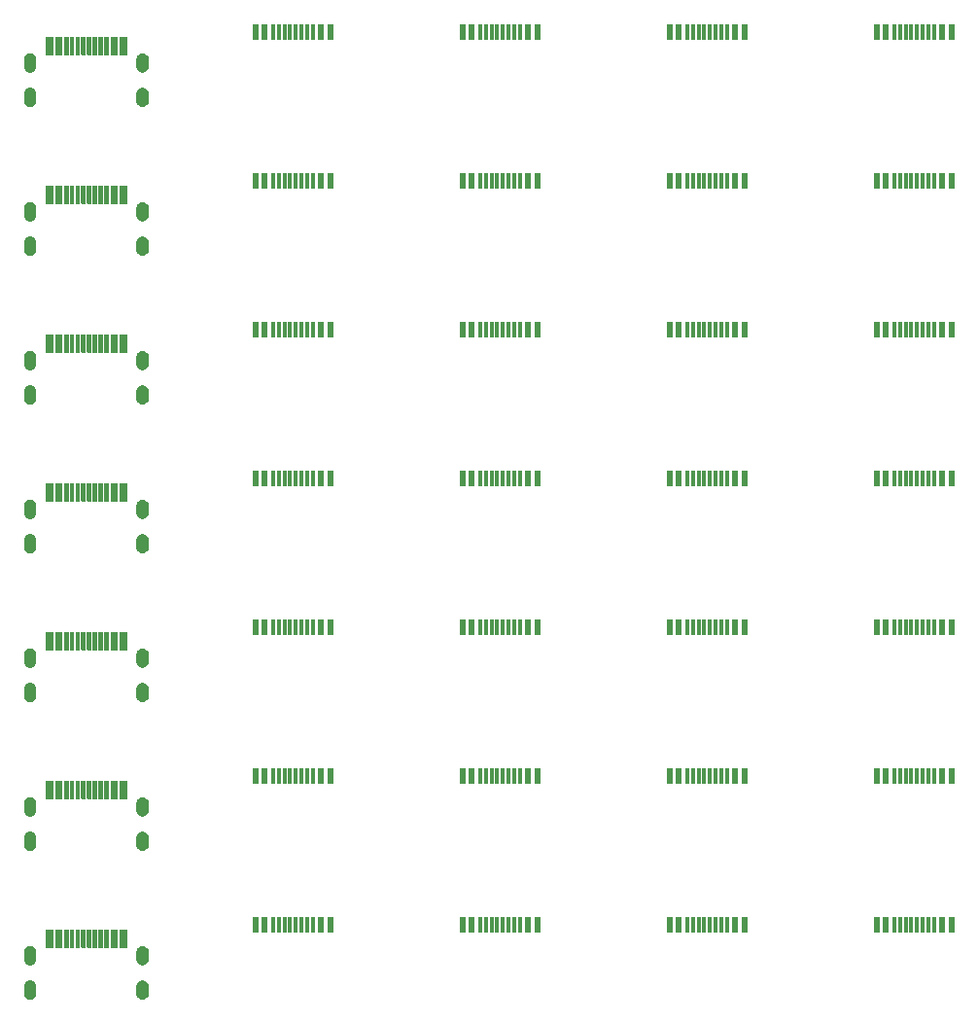
<source format=gbr>
%TF.GenerationSoftware,KiCad,Pcbnew,(6.0.7)*%
%TF.CreationDate,2022-11-03T07:54:49+08:00*%
%TF.ProjectId,panelization,70616e65-6c69-47a6-9174-696f6e2e6b69,rev?*%
%TF.SameCoordinates,Original*%
%TF.FileFunction,Paste,Top*%
%TF.FilePolarity,Positive*%
%FSLAX46Y46*%
G04 Gerber Fmt 4.6, Leading zero omitted, Abs format (unit mm)*
G04 Created by KiCad (PCBNEW (6.0.7)) date 2022-11-03 07:54:49*
%MOMM*%
%LPD*%
G01*
G04 APERTURE LIST*
%ADD10C,0.120000*%
%ADD11R,0.600000X1.450000*%
%ADD12R,0.300000X1.450000*%
%ADD13R,0.550000X1.500000*%
%ADD14R,0.300000X1.500000*%
G04 APERTURE END LIST*
%TO.C,J74*%
G36*
X107482000Y-127658500D02*
G01*
X107575000Y-127686500D01*
X107662000Y-127732500D01*
X107738000Y-127794500D01*
X107800000Y-127870500D01*
X107846000Y-127957500D01*
X107874000Y-128050500D01*
X107884000Y-128148500D01*
X107884000Y-128748500D01*
X107874000Y-128846500D01*
X107846000Y-128939500D01*
X107800000Y-129026500D01*
X107738000Y-129102500D01*
X107662000Y-129164500D01*
X107575000Y-129210500D01*
X107482000Y-129238500D01*
X107384000Y-129248500D01*
X107286000Y-129238500D01*
X107193000Y-129210500D01*
X107106000Y-129164500D01*
X107030000Y-129102500D01*
X106968000Y-129026500D01*
X106922000Y-128939500D01*
X106894000Y-128846500D01*
X106884000Y-128748500D01*
X106884000Y-128148500D01*
X106894000Y-128050500D01*
X106922000Y-127957500D01*
X106968000Y-127870500D01*
X107030000Y-127794500D01*
X107106000Y-127732500D01*
X107193000Y-127686500D01*
X107286000Y-127658500D01*
X107384000Y-127648500D01*
X107482000Y-127658500D01*
G37*
D10*
X107482000Y-127658500D02*
X107575000Y-127686500D01*
X107662000Y-127732500D01*
X107738000Y-127794500D01*
X107800000Y-127870500D01*
X107846000Y-127957500D01*
X107874000Y-128050500D01*
X107884000Y-128148500D01*
X107884000Y-128748500D01*
X107874000Y-128846500D01*
X107846000Y-128939500D01*
X107800000Y-129026500D01*
X107738000Y-129102500D01*
X107662000Y-129164500D01*
X107575000Y-129210500D01*
X107482000Y-129238500D01*
X107384000Y-129248500D01*
X107286000Y-129238500D01*
X107193000Y-129210500D01*
X107106000Y-129164500D01*
X107030000Y-129102500D01*
X106968000Y-129026500D01*
X106922000Y-128939500D01*
X106894000Y-128846500D01*
X106884000Y-128748500D01*
X106884000Y-128148500D01*
X106894000Y-128050500D01*
X106922000Y-127957500D01*
X106968000Y-127870500D01*
X107030000Y-127794500D01*
X107106000Y-127732500D01*
X107193000Y-127686500D01*
X107286000Y-127658500D01*
X107384000Y-127648500D01*
X107482000Y-127658500D01*
G36*
X105184000Y-124738500D02*
G01*
X104634000Y-124738500D01*
X104634000Y-123238500D01*
X105184000Y-123238500D01*
X105184000Y-124738500D01*
G37*
X105184000Y-124738500D02*
X104634000Y-124738500D01*
X104634000Y-123238500D01*
X105184000Y-123238500D01*
X105184000Y-124738500D01*
G36*
X107482000Y-124658500D02*
G01*
X107575000Y-124686500D01*
X107662000Y-124732500D01*
X107738000Y-124794500D01*
X107800000Y-124870500D01*
X107846000Y-124957500D01*
X107874000Y-125050500D01*
X107884000Y-125148500D01*
X107884000Y-125748500D01*
X107874000Y-125846500D01*
X107846000Y-125939500D01*
X107800000Y-126026500D01*
X107738000Y-126102500D01*
X107662000Y-126164500D01*
X107575000Y-126210500D01*
X107482000Y-126238500D01*
X107384000Y-126248500D01*
X107286000Y-126238500D01*
X107193000Y-126210500D01*
X107106000Y-126164500D01*
X107030000Y-126102500D01*
X106968000Y-126026500D01*
X106922000Y-125939500D01*
X106894000Y-125846500D01*
X106884000Y-125748500D01*
X106884000Y-125148500D01*
X106894000Y-125050500D01*
X106922000Y-124957500D01*
X106968000Y-124870500D01*
X107030000Y-124794500D01*
X107106000Y-124732500D01*
X107193000Y-124686500D01*
X107286000Y-124658500D01*
X107384000Y-124648500D01*
X107482000Y-124658500D01*
G37*
X107482000Y-124658500D02*
X107575000Y-124686500D01*
X107662000Y-124732500D01*
X107738000Y-124794500D01*
X107800000Y-124870500D01*
X107846000Y-124957500D01*
X107874000Y-125050500D01*
X107884000Y-125148500D01*
X107884000Y-125748500D01*
X107874000Y-125846500D01*
X107846000Y-125939500D01*
X107800000Y-126026500D01*
X107738000Y-126102500D01*
X107662000Y-126164500D01*
X107575000Y-126210500D01*
X107482000Y-126238500D01*
X107384000Y-126248500D01*
X107286000Y-126238500D01*
X107193000Y-126210500D01*
X107106000Y-126164500D01*
X107030000Y-126102500D01*
X106968000Y-126026500D01*
X106922000Y-125939500D01*
X106894000Y-125846500D01*
X106884000Y-125748500D01*
X106884000Y-125148500D01*
X106894000Y-125050500D01*
X106922000Y-124957500D01*
X106968000Y-124870500D01*
X107030000Y-124794500D01*
X107106000Y-124732500D01*
X107193000Y-124686500D01*
X107286000Y-124658500D01*
X107384000Y-124648500D01*
X107482000Y-124658500D01*
G36*
X102389000Y-124738500D02*
G01*
X102089000Y-124738500D01*
X102089000Y-123238500D01*
X102389000Y-123238500D01*
X102389000Y-124738500D01*
G37*
X102389000Y-124738500D02*
X102089000Y-124738500D01*
X102089000Y-123238500D01*
X102389000Y-123238500D01*
X102389000Y-124738500D01*
G36*
X104379000Y-124738500D02*
G01*
X104079000Y-124738500D01*
X104079000Y-123238500D01*
X104379000Y-123238500D01*
X104379000Y-124738500D01*
G37*
X104379000Y-124738500D02*
X104079000Y-124738500D01*
X104079000Y-123238500D01*
X104379000Y-123238500D01*
X104379000Y-124738500D01*
G36*
X103889000Y-124738500D02*
G01*
X103589000Y-124738500D01*
X103589000Y-123238500D01*
X103889000Y-123238500D01*
X103889000Y-124738500D01*
G37*
X103889000Y-124738500D02*
X103589000Y-124738500D01*
X103589000Y-123238500D01*
X103889000Y-123238500D01*
X103889000Y-124738500D01*
G36*
X102889000Y-124738500D02*
G01*
X102589000Y-124738500D01*
X102589000Y-123238500D01*
X102889000Y-123238500D01*
X102889000Y-124738500D01*
G37*
X102889000Y-124738500D02*
X102589000Y-124738500D01*
X102589000Y-123238500D01*
X102889000Y-123238500D01*
X102889000Y-124738500D01*
G36*
X105989000Y-124738500D02*
G01*
X105439000Y-124738500D01*
X105439000Y-123238500D01*
X105989000Y-123238500D01*
X105989000Y-124738500D01*
G37*
X105989000Y-124738500D02*
X105439000Y-124738500D01*
X105439000Y-123238500D01*
X105989000Y-123238500D01*
X105989000Y-124738500D01*
G36*
X97692000Y-124658500D02*
G01*
X97785000Y-124686500D01*
X97872000Y-124732500D01*
X97948000Y-124794500D01*
X98010000Y-124870500D01*
X98056000Y-124957500D01*
X98084000Y-125050500D01*
X98094000Y-125148500D01*
X98094000Y-125748500D01*
X98084000Y-125846500D01*
X98056000Y-125939500D01*
X98010000Y-126026500D01*
X97948000Y-126102500D01*
X97872000Y-126164500D01*
X97785000Y-126210500D01*
X97692000Y-126238500D01*
X97594000Y-126248500D01*
X97496000Y-126238500D01*
X97403000Y-126210500D01*
X97316000Y-126164500D01*
X97240000Y-126102500D01*
X97178000Y-126026500D01*
X97132000Y-125939500D01*
X97104000Y-125846500D01*
X97094000Y-125748500D01*
X97094000Y-125148500D01*
X97104000Y-125050500D01*
X97132000Y-124957500D01*
X97178000Y-124870500D01*
X97240000Y-124794500D01*
X97316000Y-124732500D01*
X97403000Y-124686500D01*
X97496000Y-124658500D01*
X97594000Y-124648500D01*
X97692000Y-124658500D01*
G37*
X97692000Y-124658500D02*
X97785000Y-124686500D01*
X97872000Y-124732500D01*
X97948000Y-124794500D01*
X98010000Y-124870500D01*
X98056000Y-124957500D01*
X98084000Y-125050500D01*
X98094000Y-125148500D01*
X98094000Y-125748500D01*
X98084000Y-125846500D01*
X98056000Y-125939500D01*
X98010000Y-126026500D01*
X97948000Y-126102500D01*
X97872000Y-126164500D01*
X97785000Y-126210500D01*
X97692000Y-126238500D01*
X97594000Y-126248500D01*
X97496000Y-126238500D01*
X97403000Y-126210500D01*
X97316000Y-126164500D01*
X97240000Y-126102500D01*
X97178000Y-126026500D01*
X97132000Y-125939500D01*
X97104000Y-125846500D01*
X97094000Y-125748500D01*
X97094000Y-125148500D01*
X97104000Y-125050500D01*
X97132000Y-124957500D01*
X97178000Y-124870500D01*
X97240000Y-124794500D01*
X97316000Y-124732500D01*
X97403000Y-124686500D01*
X97496000Y-124658500D01*
X97594000Y-124648500D01*
X97692000Y-124658500D01*
G36*
X100344000Y-124738500D02*
G01*
X99794000Y-124738500D01*
X99794000Y-123238500D01*
X100344000Y-123238500D01*
X100344000Y-124738500D01*
G37*
X100344000Y-124738500D02*
X99794000Y-124738500D01*
X99794000Y-123238500D01*
X100344000Y-123238500D01*
X100344000Y-124738500D01*
G36*
X100899000Y-124738500D02*
G01*
X100599000Y-124738500D01*
X100599000Y-123238500D01*
X100899000Y-123238500D01*
X100899000Y-124738500D01*
G37*
X100899000Y-124738500D02*
X100599000Y-124738500D01*
X100599000Y-123238500D01*
X100899000Y-123238500D01*
X100899000Y-124738500D01*
G36*
X99539000Y-124738500D02*
G01*
X98989000Y-124738500D01*
X98989000Y-123238500D01*
X99539000Y-123238500D01*
X99539000Y-124738500D01*
G37*
X99539000Y-124738500D02*
X98989000Y-124738500D01*
X98989000Y-123238500D01*
X99539000Y-123238500D01*
X99539000Y-124738500D01*
G36*
X97692000Y-127658500D02*
G01*
X97785000Y-127686500D01*
X97872000Y-127732500D01*
X97948000Y-127794500D01*
X98010000Y-127870500D01*
X98056000Y-127957500D01*
X98084000Y-128050500D01*
X98094000Y-128148500D01*
X98094000Y-128748500D01*
X98084000Y-128846500D01*
X98056000Y-128939500D01*
X98010000Y-129026500D01*
X97948000Y-129102500D01*
X97872000Y-129164500D01*
X97785000Y-129210500D01*
X97692000Y-129238500D01*
X97594000Y-129248500D01*
X97496000Y-129238500D01*
X97403000Y-129210500D01*
X97316000Y-129164500D01*
X97240000Y-129102500D01*
X97178000Y-129026500D01*
X97132000Y-128939500D01*
X97104000Y-128846500D01*
X97094000Y-128748500D01*
X97094000Y-128148500D01*
X97104000Y-128050500D01*
X97132000Y-127957500D01*
X97178000Y-127870500D01*
X97240000Y-127794500D01*
X97316000Y-127732500D01*
X97403000Y-127686500D01*
X97496000Y-127658500D01*
X97594000Y-127648500D01*
X97692000Y-127658500D01*
G37*
X97692000Y-127658500D02*
X97785000Y-127686500D01*
X97872000Y-127732500D01*
X97948000Y-127794500D01*
X98010000Y-127870500D01*
X98056000Y-127957500D01*
X98084000Y-128050500D01*
X98094000Y-128148500D01*
X98094000Y-128748500D01*
X98084000Y-128846500D01*
X98056000Y-128939500D01*
X98010000Y-129026500D01*
X97948000Y-129102500D01*
X97872000Y-129164500D01*
X97785000Y-129210500D01*
X97692000Y-129238500D01*
X97594000Y-129248500D01*
X97496000Y-129238500D01*
X97403000Y-129210500D01*
X97316000Y-129164500D01*
X97240000Y-129102500D01*
X97178000Y-129026500D01*
X97132000Y-128939500D01*
X97104000Y-128846500D01*
X97094000Y-128748500D01*
X97094000Y-128148500D01*
X97104000Y-128050500D01*
X97132000Y-127957500D01*
X97178000Y-127870500D01*
X97240000Y-127794500D01*
X97316000Y-127732500D01*
X97403000Y-127686500D01*
X97496000Y-127658500D01*
X97594000Y-127648500D01*
X97692000Y-127658500D01*
G36*
X103389000Y-124738500D02*
G01*
X103089000Y-124738500D01*
X103089000Y-123238500D01*
X103389000Y-123238500D01*
X103389000Y-124738500D01*
G37*
X103389000Y-124738500D02*
X103089000Y-124738500D01*
X103089000Y-123238500D01*
X103389000Y-123238500D01*
X103389000Y-124738500D01*
G36*
X101889000Y-124738500D02*
G01*
X101589000Y-124738500D01*
X101589000Y-123238500D01*
X101889000Y-123238500D01*
X101889000Y-124738500D01*
G37*
X101889000Y-124738500D02*
X101589000Y-124738500D01*
X101589000Y-123238500D01*
X101889000Y-123238500D01*
X101889000Y-124738500D01*
G36*
X101389000Y-124738500D02*
G01*
X101089000Y-124738500D01*
X101089000Y-123238500D01*
X101389000Y-123238500D01*
X101389000Y-124738500D01*
G37*
X101389000Y-124738500D02*
X101089000Y-124738500D01*
X101089000Y-123238500D01*
X101389000Y-123238500D01*
X101389000Y-124738500D01*
%TO.C,J29*%
G36*
X107482000Y-88796500D02*
G01*
X107575000Y-88824500D01*
X107662000Y-88870500D01*
X107738000Y-88932500D01*
X107800000Y-89008500D01*
X107846000Y-89095500D01*
X107874000Y-89188500D01*
X107884000Y-89286500D01*
X107884000Y-89886500D01*
X107874000Y-89984500D01*
X107846000Y-90077500D01*
X107800000Y-90164500D01*
X107738000Y-90240500D01*
X107662000Y-90302500D01*
X107575000Y-90348500D01*
X107482000Y-90376500D01*
X107384000Y-90386500D01*
X107286000Y-90376500D01*
X107193000Y-90348500D01*
X107106000Y-90302500D01*
X107030000Y-90240500D01*
X106968000Y-90164500D01*
X106922000Y-90077500D01*
X106894000Y-89984500D01*
X106884000Y-89886500D01*
X106884000Y-89286500D01*
X106894000Y-89188500D01*
X106922000Y-89095500D01*
X106968000Y-89008500D01*
X107030000Y-88932500D01*
X107106000Y-88870500D01*
X107193000Y-88824500D01*
X107286000Y-88796500D01*
X107384000Y-88786500D01*
X107482000Y-88796500D01*
G37*
X107482000Y-88796500D02*
X107575000Y-88824500D01*
X107662000Y-88870500D01*
X107738000Y-88932500D01*
X107800000Y-89008500D01*
X107846000Y-89095500D01*
X107874000Y-89188500D01*
X107884000Y-89286500D01*
X107884000Y-89886500D01*
X107874000Y-89984500D01*
X107846000Y-90077500D01*
X107800000Y-90164500D01*
X107738000Y-90240500D01*
X107662000Y-90302500D01*
X107575000Y-90348500D01*
X107482000Y-90376500D01*
X107384000Y-90386500D01*
X107286000Y-90376500D01*
X107193000Y-90348500D01*
X107106000Y-90302500D01*
X107030000Y-90240500D01*
X106968000Y-90164500D01*
X106922000Y-90077500D01*
X106894000Y-89984500D01*
X106884000Y-89886500D01*
X106884000Y-89286500D01*
X106894000Y-89188500D01*
X106922000Y-89095500D01*
X106968000Y-89008500D01*
X107030000Y-88932500D01*
X107106000Y-88870500D01*
X107193000Y-88824500D01*
X107286000Y-88796500D01*
X107384000Y-88786500D01*
X107482000Y-88796500D01*
G36*
X97692000Y-88796500D02*
G01*
X97785000Y-88824500D01*
X97872000Y-88870500D01*
X97948000Y-88932500D01*
X98010000Y-89008500D01*
X98056000Y-89095500D01*
X98084000Y-89188500D01*
X98094000Y-89286500D01*
X98094000Y-89886500D01*
X98084000Y-89984500D01*
X98056000Y-90077500D01*
X98010000Y-90164500D01*
X97948000Y-90240500D01*
X97872000Y-90302500D01*
X97785000Y-90348500D01*
X97692000Y-90376500D01*
X97594000Y-90386500D01*
X97496000Y-90376500D01*
X97403000Y-90348500D01*
X97316000Y-90302500D01*
X97240000Y-90240500D01*
X97178000Y-90164500D01*
X97132000Y-90077500D01*
X97104000Y-89984500D01*
X97094000Y-89886500D01*
X97094000Y-89286500D01*
X97104000Y-89188500D01*
X97132000Y-89095500D01*
X97178000Y-89008500D01*
X97240000Y-88932500D01*
X97316000Y-88870500D01*
X97403000Y-88824500D01*
X97496000Y-88796500D01*
X97594000Y-88786500D01*
X97692000Y-88796500D01*
G37*
X97692000Y-88796500D02*
X97785000Y-88824500D01*
X97872000Y-88870500D01*
X97948000Y-88932500D01*
X98010000Y-89008500D01*
X98056000Y-89095500D01*
X98084000Y-89188500D01*
X98094000Y-89286500D01*
X98094000Y-89886500D01*
X98084000Y-89984500D01*
X98056000Y-90077500D01*
X98010000Y-90164500D01*
X97948000Y-90240500D01*
X97872000Y-90302500D01*
X97785000Y-90348500D01*
X97692000Y-90376500D01*
X97594000Y-90386500D01*
X97496000Y-90376500D01*
X97403000Y-90348500D01*
X97316000Y-90302500D01*
X97240000Y-90240500D01*
X97178000Y-90164500D01*
X97132000Y-90077500D01*
X97104000Y-89984500D01*
X97094000Y-89886500D01*
X97094000Y-89286500D01*
X97104000Y-89188500D01*
X97132000Y-89095500D01*
X97178000Y-89008500D01*
X97240000Y-88932500D01*
X97316000Y-88870500D01*
X97403000Y-88824500D01*
X97496000Y-88796500D01*
X97594000Y-88786500D01*
X97692000Y-88796500D01*
G36*
X99539000Y-85876500D02*
G01*
X98989000Y-85876500D01*
X98989000Y-84376500D01*
X99539000Y-84376500D01*
X99539000Y-85876500D01*
G37*
X99539000Y-85876500D02*
X98989000Y-85876500D01*
X98989000Y-84376500D01*
X99539000Y-84376500D01*
X99539000Y-85876500D01*
G36*
X101389000Y-85876500D02*
G01*
X101089000Y-85876500D01*
X101089000Y-84376500D01*
X101389000Y-84376500D01*
X101389000Y-85876500D01*
G37*
X101389000Y-85876500D02*
X101089000Y-85876500D01*
X101089000Y-84376500D01*
X101389000Y-84376500D01*
X101389000Y-85876500D01*
G36*
X105989000Y-85876500D02*
G01*
X105439000Y-85876500D01*
X105439000Y-84376500D01*
X105989000Y-84376500D01*
X105989000Y-85876500D01*
G37*
X105989000Y-85876500D02*
X105439000Y-85876500D01*
X105439000Y-84376500D01*
X105989000Y-84376500D01*
X105989000Y-85876500D01*
G36*
X100344000Y-85876500D02*
G01*
X99794000Y-85876500D01*
X99794000Y-84376500D01*
X100344000Y-84376500D01*
X100344000Y-85876500D01*
G37*
X100344000Y-85876500D02*
X99794000Y-85876500D01*
X99794000Y-84376500D01*
X100344000Y-84376500D01*
X100344000Y-85876500D01*
G36*
X107482000Y-85796500D02*
G01*
X107575000Y-85824500D01*
X107662000Y-85870500D01*
X107738000Y-85932500D01*
X107800000Y-86008500D01*
X107846000Y-86095500D01*
X107874000Y-86188500D01*
X107884000Y-86286500D01*
X107884000Y-86886500D01*
X107874000Y-86984500D01*
X107846000Y-87077500D01*
X107800000Y-87164500D01*
X107738000Y-87240500D01*
X107662000Y-87302500D01*
X107575000Y-87348500D01*
X107482000Y-87376500D01*
X107384000Y-87386500D01*
X107286000Y-87376500D01*
X107193000Y-87348500D01*
X107106000Y-87302500D01*
X107030000Y-87240500D01*
X106968000Y-87164500D01*
X106922000Y-87077500D01*
X106894000Y-86984500D01*
X106884000Y-86886500D01*
X106884000Y-86286500D01*
X106894000Y-86188500D01*
X106922000Y-86095500D01*
X106968000Y-86008500D01*
X107030000Y-85932500D01*
X107106000Y-85870500D01*
X107193000Y-85824500D01*
X107286000Y-85796500D01*
X107384000Y-85786500D01*
X107482000Y-85796500D01*
G37*
X107482000Y-85796500D02*
X107575000Y-85824500D01*
X107662000Y-85870500D01*
X107738000Y-85932500D01*
X107800000Y-86008500D01*
X107846000Y-86095500D01*
X107874000Y-86188500D01*
X107884000Y-86286500D01*
X107884000Y-86886500D01*
X107874000Y-86984500D01*
X107846000Y-87077500D01*
X107800000Y-87164500D01*
X107738000Y-87240500D01*
X107662000Y-87302500D01*
X107575000Y-87348500D01*
X107482000Y-87376500D01*
X107384000Y-87386500D01*
X107286000Y-87376500D01*
X107193000Y-87348500D01*
X107106000Y-87302500D01*
X107030000Y-87240500D01*
X106968000Y-87164500D01*
X106922000Y-87077500D01*
X106894000Y-86984500D01*
X106884000Y-86886500D01*
X106884000Y-86286500D01*
X106894000Y-86188500D01*
X106922000Y-86095500D01*
X106968000Y-86008500D01*
X107030000Y-85932500D01*
X107106000Y-85870500D01*
X107193000Y-85824500D01*
X107286000Y-85796500D01*
X107384000Y-85786500D01*
X107482000Y-85796500D01*
G36*
X101889000Y-85876500D02*
G01*
X101589000Y-85876500D01*
X101589000Y-84376500D01*
X101889000Y-84376500D01*
X101889000Y-85876500D01*
G37*
X101889000Y-85876500D02*
X101589000Y-85876500D01*
X101589000Y-84376500D01*
X101889000Y-84376500D01*
X101889000Y-85876500D01*
G36*
X103889000Y-85876500D02*
G01*
X103589000Y-85876500D01*
X103589000Y-84376500D01*
X103889000Y-84376500D01*
X103889000Y-85876500D01*
G37*
X103889000Y-85876500D02*
X103589000Y-85876500D01*
X103589000Y-84376500D01*
X103889000Y-84376500D01*
X103889000Y-85876500D01*
G36*
X102889000Y-85876500D02*
G01*
X102589000Y-85876500D01*
X102589000Y-84376500D01*
X102889000Y-84376500D01*
X102889000Y-85876500D01*
G37*
X102889000Y-85876500D02*
X102589000Y-85876500D01*
X102589000Y-84376500D01*
X102889000Y-84376500D01*
X102889000Y-85876500D01*
G36*
X100899000Y-85876500D02*
G01*
X100599000Y-85876500D01*
X100599000Y-84376500D01*
X100899000Y-84376500D01*
X100899000Y-85876500D01*
G37*
X100899000Y-85876500D02*
X100599000Y-85876500D01*
X100599000Y-84376500D01*
X100899000Y-84376500D01*
X100899000Y-85876500D01*
G36*
X102389000Y-85876500D02*
G01*
X102089000Y-85876500D01*
X102089000Y-84376500D01*
X102389000Y-84376500D01*
X102389000Y-85876500D01*
G37*
X102389000Y-85876500D02*
X102089000Y-85876500D01*
X102089000Y-84376500D01*
X102389000Y-84376500D01*
X102389000Y-85876500D01*
G36*
X97692000Y-85796500D02*
G01*
X97785000Y-85824500D01*
X97872000Y-85870500D01*
X97948000Y-85932500D01*
X98010000Y-86008500D01*
X98056000Y-86095500D01*
X98084000Y-86188500D01*
X98094000Y-86286500D01*
X98094000Y-86886500D01*
X98084000Y-86984500D01*
X98056000Y-87077500D01*
X98010000Y-87164500D01*
X97948000Y-87240500D01*
X97872000Y-87302500D01*
X97785000Y-87348500D01*
X97692000Y-87376500D01*
X97594000Y-87386500D01*
X97496000Y-87376500D01*
X97403000Y-87348500D01*
X97316000Y-87302500D01*
X97240000Y-87240500D01*
X97178000Y-87164500D01*
X97132000Y-87077500D01*
X97104000Y-86984500D01*
X97094000Y-86886500D01*
X97094000Y-86286500D01*
X97104000Y-86188500D01*
X97132000Y-86095500D01*
X97178000Y-86008500D01*
X97240000Y-85932500D01*
X97316000Y-85870500D01*
X97403000Y-85824500D01*
X97496000Y-85796500D01*
X97594000Y-85786500D01*
X97692000Y-85796500D01*
G37*
X97692000Y-85796500D02*
X97785000Y-85824500D01*
X97872000Y-85870500D01*
X97948000Y-85932500D01*
X98010000Y-86008500D01*
X98056000Y-86095500D01*
X98084000Y-86188500D01*
X98094000Y-86286500D01*
X98094000Y-86886500D01*
X98084000Y-86984500D01*
X98056000Y-87077500D01*
X98010000Y-87164500D01*
X97948000Y-87240500D01*
X97872000Y-87302500D01*
X97785000Y-87348500D01*
X97692000Y-87376500D01*
X97594000Y-87386500D01*
X97496000Y-87376500D01*
X97403000Y-87348500D01*
X97316000Y-87302500D01*
X97240000Y-87240500D01*
X97178000Y-87164500D01*
X97132000Y-87077500D01*
X97104000Y-86984500D01*
X97094000Y-86886500D01*
X97094000Y-86286500D01*
X97104000Y-86188500D01*
X97132000Y-86095500D01*
X97178000Y-86008500D01*
X97240000Y-85932500D01*
X97316000Y-85870500D01*
X97403000Y-85824500D01*
X97496000Y-85796500D01*
X97594000Y-85786500D01*
X97692000Y-85796500D01*
G36*
X105184000Y-85876500D02*
G01*
X104634000Y-85876500D01*
X104634000Y-84376500D01*
X105184000Y-84376500D01*
X105184000Y-85876500D01*
G37*
X105184000Y-85876500D02*
X104634000Y-85876500D01*
X104634000Y-84376500D01*
X105184000Y-84376500D01*
X105184000Y-85876500D01*
G36*
X103389000Y-85876500D02*
G01*
X103089000Y-85876500D01*
X103089000Y-84376500D01*
X103389000Y-84376500D01*
X103389000Y-85876500D01*
G37*
X103389000Y-85876500D02*
X103089000Y-85876500D01*
X103089000Y-84376500D01*
X103389000Y-84376500D01*
X103389000Y-85876500D01*
G36*
X104379000Y-85876500D02*
G01*
X104079000Y-85876500D01*
X104079000Y-84376500D01*
X104379000Y-84376500D01*
X104379000Y-85876500D01*
G37*
X104379000Y-85876500D02*
X104079000Y-85876500D01*
X104079000Y-84376500D01*
X104379000Y-84376500D01*
X104379000Y-85876500D01*
%TO.C,J14*%
G36*
X101889000Y-72922500D02*
G01*
X101589000Y-72922500D01*
X101589000Y-71422500D01*
X101889000Y-71422500D01*
X101889000Y-72922500D01*
G37*
X101889000Y-72922500D02*
X101589000Y-72922500D01*
X101589000Y-71422500D01*
X101889000Y-71422500D01*
X101889000Y-72922500D01*
G36*
X97692000Y-72842500D02*
G01*
X97785000Y-72870500D01*
X97872000Y-72916500D01*
X97948000Y-72978500D01*
X98010000Y-73054500D01*
X98056000Y-73141500D01*
X98084000Y-73234500D01*
X98094000Y-73332500D01*
X98094000Y-73932500D01*
X98084000Y-74030500D01*
X98056000Y-74123500D01*
X98010000Y-74210500D01*
X97948000Y-74286500D01*
X97872000Y-74348500D01*
X97785000Y-74394500D01*
X97692000Y-74422500D01*
X97594000Y-74432500D01*
X97496000Y-74422500D01*
X97403000Y-74394500D01*
X97316000Y-74348500D01*
X97240000Y-74286500D01*
X97178000Y-74210500D01*
X97132000Y-74123500D01*
X97104000Y-74030500D01*
X97094000Y-73932500D01*
X97094000Y-73332500D01*
X97104000Y-73234500D01*
X97132000Y-73141500D01*
X97178000Y-73054500D01*
X97240000Y-72978500D01*
X97316000Y-72916500D01*
X97403000Y-72870500D01*
X97496000Y-72842500D01*
X97594000Y-72832500D01*
X97692000Y-72842500D01*
G37*
X97692000Y-72842500D02*
X97785000Y-72870500D01*
X97872000Y-72916500D01*
X97948000Y-72978500D01*
X98010000Y-73054500D01*
X98056000Y-73141500D01*
X98084000Y-73234500D01*
X98094000Y-73332500D01*
X98094000Y-73932500D01*
X98084000Y-74030500D01*
X98056000Y-74123500D01*
X98010000Y-74210500D01*
X97948000Y-74286500D01*
X97872000Y-74348500D01*
X97785000Y-74394500D01*
X97692000Y-74422500D01*
X97594000Y-74432500D01*
X97496000Y-74422500D01*
X97403000Y-74394500D01*
X97316000Y-74348500D01*
X97240000Y-74286500D01*
X97178000Y-74210500D01*
X97132000Y-74123500D01*
X97104000Y-74030500D01*
X97094000Y-73932500D01*
X97094000Y-73332500D01*
X97104000Y-73234500D01*
X97132000Y-73141500D01*
X97178000Y-73054500D01*
X97240000Y-72978500D01*
X97316000Y-72916500D01*
X97403000Y-72870500D01*
X97496000Y-72842500D01*
X97594000Y-72832500D01*
X97692000Y-72842500D01*
G36*
X97692000Y-75842500D02*
G01*
X97785000Y-75870500D01*
X97872000Y-75916500D01*
X97948000Y-75978500D01*
X98010000Y-76054500D01*
X98056000Y-76141500D01*
X98084000Y-76234500D01*
X98094000Y-76332500D01*
X98094000Y-76932500D01*
X98084000Y-77030500D01*
X98056000Y-77123500D01*
X98010000Y-77210500D01*
X97948000Y-77286500D01*
X97872000Y-77348500D01*
X97785000Y-77394500D01*
X97692000Y-77422500D01*
X97594000Y-77432500D01*
X97496000Y-77422500D01*
X97403000Y-77394500D01*
X97316000Y-77348500D01*
X97240000Y-77286500D01*
X97178000Y-77210500D01*
X97132000Y-77123500D01*
X97104000Y-77030500D01*
X97094000Y-76932500D01*
X97094000Y-76332500D01*
X97104000Y-76234500D01*
X97132000Y-76141500D01*
X97178000Y-76054500D01*
X97240000Y-75978500D01*
X97316000Y-75916500D01*
X97403000Y-75870500D01*
X97496000Y-75842500D01*
X97594000Y-75832500D01*
X97692000Y-75842500D01*
G37*
X97692000Y-75842500D02*
X97785000Y-75870500D01*
X97872000Y-75916500D01*
X97948000Y-75978500D01*
X98010000Y-76054500D01*
X98056000Y-76141500D01*
X98084000Y-76234500D01*
X98094000Y-76332500D01*
X98094000Y-76932500D01*
X98084000Y-77030500D01*
X98056000Y-77123500D01*
X98010000Y-77210500D01*
X97948000Y-77286500D01*
X97872000Y-77348500D01*
X97785000Y-77394500D01*
X97692000Y-77422500D01*
X97594000Y-77432500D01*
X97496000Y-77422500D01*
X97403000Y-77394500D01*
X97316000Y-77348500D01*
X97240000Y-77286500D01*
X97178000Y-77210500D01*
X97132000Y-77123500D01*
X97104000Y-77030500D01*
X97094000Y-76932500D01*
X97094000Y-76332500D01*
X97104000Y-76234500D01*
X97132000Y-76141500D01*
X97178000Y-76054500D01*
X97240000Y-75978500D01*
X97316000Y-75916500D01*
X97403000Y-75870500D01*
X97496000Y-75842500D01*
X97594000Y-75832500D01*
X97692000Y-75842500D01*
G36*
X103389000Y-72922500D02*
G01*
X103089000Y-72922500D01*
X103089000Y-71422500D01*
X103389000Y-71422500D01*
X103389000Y-72922500D01*
G37*
X103389000Y-72922500D02*
X103089000Y-72922500D01*
X103089000Y-71422500D01*
X103389000Y-71422500D01*
X103389000Y-72922500D01*
G36*
X102889000Y-72922500D02*
G01*
X102589000Y-72922500D01*
X102589000Y-71422500D01*
X102889000Y-71422500D01*
X102889000Y-72922500D01*
G37*
X102889000Y-72922500D02*
X102589000Y-72922500D01*
X102589000Y-71422500D01*
X102889000Y-71422500D01*
X102889000Y-72922500D01*
G36*
X100899000Y-72922500D02*
G01*
X100599000Y-72922500D01*
X100599000Y-71422500D01*
X100899000Y-71422500D01*
X100899000Y-72922500D01*
G37*
X100899000Y-72922500D02*
X100599000Y-72922500D01*
X100599000Y-71422500D01*
X100899000Y-71422500D01*
X100899000Y-72922500D01*
G36*
X103889000Y-72922500D02*
G01*
X103589000Y-72922500D01*
X103589000Y-71422500D01*
X103889000Y-71422500D01*
X103889000Y-72922500D01*
G37*
X103889000Y-72922500D02*
X103589000Y-72922500D01*
X103589000Y-71422500D01*
X103889000Y-71422500D01*
X103889000Y-72922500D01*
G36*
X101389000Y-72922500D02*
G01*
X101089000Y-72922500D01*
X101089000Y-71422500D01*
X101389000Y-71422500D01*
X101389000Y-72922500D01*
G37*
X101389000Y-72922500D02*
X101089000Y-72922500D01*
X101089000Y-71422500D01*
X101389000Y-71422500D01*
X101389000Y-72922500D01*
G36*
X105989000Y-72922500D02*
G01*
X105439000Y-72922500D01*
X105439000Y-71422500D01*
X105989000Y-71422500D01*
X105989000Y-72922500D01*
G37*
X105989000Y-72922500D02*
X105439000Y-72922500D01*
X105439000Y-71422500D01*
X105989000Y-71422500D01*
X105989000Y-72922500D01*
G36*
X102389000Y-72922500D02*
G01*
X102089000Y-72922500D01*
X102089000Y-71422500D01*
X102389000Y-71422500D01*
X102389000Y-72922500D01*
G37*
X102389000Y-72922500D02*
X102089000Y-72922500D01*
X102089000Y-71422500D01*
X102389000Y-71422500D01*
X102389000Y-72922500D01*
G36*
X104379000Y-72922500D02*
G01*
X104079000Y-72922500D01*
X104079000Y-71422500D01*
X104379000Y-71422500D01*
X104379000Y-72922500D01*
G37*
X104379000Y-72922500D02*
X104079000Y-72922500D01*
X104079000Y-71422500D01*
X104379000Y-71422500D01*
X104379000Y-72922500D01*
G36*
X99539000Y-72922500D02*
G01*
X98989000Y-72922500D01*
X98989000Y-71422500D01*
X99539000Y-71422500D01*
X99539000Y-72922500D01*
G37*
X99539000Y-72922500D02*
X98989000Y-72922500D01*
X98989000Y-71422500D01*
X99539000Y-71422500D01*
X99539000Y-72922500D01*
G36*
X107482000Y-75842500D02*
G01*
X107575000Y-75870500D01*
X107662000Y-75916500D01*
X107738000Y-75978500D01*
X107800000Y-76054500D01*
X107846000Y-76141500D01*
X107874000Y-76234500D01*
X107884000Y-76332500D01*
X107884000Y-76932500D01*
X107874000Y-77030500D01*
X107846000Y-77123500D01*
X107800000Y-77210500D01*
X107738000Y-77286500D01*
X107662000Y-77348500D01*
X107575000Y-77394500D01*
X107482000Y-77422500D01*
X107384000Y-77432500D01*
X107286000Y-77422500D01*
X107193000Y-77394500D01*
X107106000Y-77348500D01*
X107030000Y-77286500D01*
X106968000Y-77210500D01*
X106922000Y-77123500D01*
X106894000Y-77030500D01*
X106884000Y-76932500D01*
X106884000Y-76332500D01*
X106894000Y-76234500D01*
X106922000Y-76141500D01*
X106968000Y-76054500D01*
X107030000Y-75978500D01*
X107106000Y-75916500D01*
X107193000Y-75870500D01*
X107286000Y-75842500D01*
X107384000Y-75832500D01*
X107482000Y-75842500D01*
G37*
X107482000Y-75842500D02*
X107575000Y-75870500D01*
X107662000Y-75916500D01*
X107738000Y-75978500D01*
X107800000Y-76054500D01*
X107846000Y-76141500D01*
X107874000Y-76234500D01*
X107884000Y-76332500D01*
X107884000Y-76932500D01*
X107874000Y-77030500D01*
X107846000Y-77123500D01*
X107800000Y-77210500D01*
X107738000Y-77286500D01*
X107662000Y-77348500D01*
X107575000Y-77394500D01*
X107482000Y-77422500D01*
X107384000Y-77432500D01*
X107286000Y-77422500D01*
X107193000Y-77394500D01*
X107106000Y-77348500D01*
X107030000Y-77286500D01*
X106968000Y-77210500D01*
X106922000Y-77123500D01*
X106894000Y-77030500D01*
X106884000Y-76932500D01*
X106884000Y-76332500D01*
X106894000Y-76234500D01*
X106922000Y-76141500D01*
X106968000Y-76054500D01*
X107030000Y-75978500D01*
X107106000Y-75916500D01*
X107193000Y-75870500D01*
X107286000Y-75842500D01*
X107384000Y-75832500D01*
X107482000Y-75842500D01*
G36*
X107482000Y-72842500D02*
G01*
X107575000Y-72870500D01*
X107662000Y-72916500D01*
X107738000Y-72978500D01*
X107800000Y-73054500D01*
X107846000Y-73141500D01*
X107874000Y-73234500D01*
X107884000Y-73332500D01*
X107884000Y-73932500D01*
X107874000Y-74030500D01*
X107846000Y-74123500D01*
X107800000Y-74210500D01*
X107738000Y-74286500D01*
X107662000Y-74348500D01*
X107575000Y-74394500D01*
X107482000Y-74422500D01*
X107384000Y-74432500D01*
X107286000Y-74422500D01*
X107193000Y-74394500D01*
X107106000Y-74348500D01*
X107030000Y-74286500D01*
X106968000Y-74210500D01*
X106922000Y-74123500D01*
X106894000Y-74030500D01*
X106884000Y-73932500D01*
X106884000Y-73332500D01*
X106894000Y-73234500D01*
X106922000Y-73141500D01*
X106968000Y-73054500D01*
X107030000Y-72978500D01*
X107106000Y-72916500D01*
X107193000Y-72870500D01*
X107286000Y-72842500D01*
X107384000Y-72832500D01*
X107482000Y-72842500D01*
G37*
X107482000Y-72842500D02*
X107575000Y-72870500D01*
X107662000Y-72916500D01*
X107738000Y-72978500D01*
X107800000Y-73054500D01*
X107846000Y-73141500D01*
X107874000Y-73234500D01*
X107884000Y-73332500D01*
X107884000Y-73932500D01*
X107874000Y-74030500D01*
X107846000Y-74123500D01*
X107800000Y-74210500D01*
X107738000Y-74286500D01*
X107662000Y-74348500D01*
X107575000Y-74394500D01*
X107482000Y-74422500D01*
X107384000Y-74432500D01*
X107286000Y-74422500D01*
X107193000Y-74394500D01*
X107106000Y-74348500D01*
X107030000Y-74286500D01*
X106968000Y-74210500D01*
X106922000Y-74123500D01*
X106894000Y-74030500D01*
X106884000Y-73932500D01*
X106884000Y-73332500D01*
X106894000Y-73234500D01*
X106922000Y-73141500D01*
X106968000Y-73054500D01*
X107030000Y-72978500D01*
X107106000Y-72916500D01*
X107193000Y-72870500D01*
X107286000Y-72842500D01*
X107384000Y-72832500D01*
X107482000Y-72842500D01*
G36*
X100344000Y-72922500D02*
G01*
X99794000Y-72922500D01*
X99794000Y-71422500D01*
X100344000Y-71422500D01*
X100344000Y-72922500D01*
G37*
X100344000Y-72922500D02*
X99794000Y-72922500D01*
X99794000Y-71422500D01*
X100344000Y-71422500D01*
X100344000Y-72922500D01*
G36*
X105184000Y-72922500D02*
G01*
X104634000Y-72922500D01*
X104634000Y-71422500D01*
X105184000Y-71422500D01*
X105184000Y-72922500D01*
G37*
X105184000Y-72922500D02*
X104634000Y-72922500D01*
X104634000Y-71422500D01*
X105184000Y-71422500D01*
X105184000Y-72922500D01*
%TO.C,J59*%
G36*
X101389000Y-111784500D02*
G01*
X101089000Y-111784500D01*
X101089000Y-110284500D01*
X101389000Y-110284500D01*
X101389000Y-111784500D01*
G37*
X101389000Y-111784500D02*
X101089000Y-111784500D01*
X101089000Y-110284500D01*
X101389000Y-110284500D01*
X101389000Y-111784500D01*
G36*
X97692000Y-111704500D02*
G01*
X97785000Y-111732500D01*
X97872000Y-111778500D01*
X97948000Y-111840500D01*
X98010000Y-111916500D01*
X98056000Y-112003500D01*
X98084000Y-112096500D01*
X98094000Y-112194500D01*
X98094000Y-112794500D01*
X98084000Y-112892500D01*
X98056000Y-112985500D01*
X98010000Y-113072500D01*
X97948000Y-113148500D01*
X97872000Y-113210500D01*
X97785000Y-113256500D01*
X97692000Y-113284500D01*
X97594000Y-113294500D01*
X97496000Y-113284500D01*
X97403000Y-113256500D01*
X97316000Y-113210500D01*
X97240000Y-113148500D01*
X97178000Y-113072500D01*
X97132000Y-112985500D01*
X97104000Y-112892500D01*
X97094000Y-112794500D01*
X97094000Y-112194500D01*
X97104000Y-112096500D01*
X97132000Y-112003500D01*
X97178000Y-111916500D01*
X97240000Y-111840500D01*
X97316000Y-111778500D01*
X97403000Y-111732500D01*
X97496000Y-111704500D01*
X97594000Y-111694500D01*
X97692000Y-111704500D01*
G37*
X97692000Y-111704500D02*
X97785000Y-111732500D01*
X97872000Y-111778500D01*
X97948000Y-111840500D01*
X98010000Y-111916500D01*
X98056000Y-112003500D01*
X98084000Y-112096500D01*
X98094000Y-112194500D01*
X98094000Y-112794500D01*
X98084000Y-112892500D01*
X98056000Y-112985500D01*
X98010000Y-113072500D01*
X97948000Y-113148500D01*
X97872000Y-113210500D01*
X97785000Y-113256500D01*
X97692000Y-113284500D01*
X97594000Y-113294500D01*
X97496000Y-113284500D01*
X97403000Y-113256500D01*
X97316000Y-113210500D01*
X97240000Y-113148500D01*
X97178000Y-113072500D01*
X97132000Y-112985500D01*
X97104000Y-112892500D01*
X97094000Y-112794500D01*
X97094000Y-112194500D01*
X97104000Y-112096500D01*
X97132000Y-112003500D01*
X97178000Y-111916500D01*
X97240000Y-111840500D01*
X97316000Y-111778500D01*
X97403000Y-111732500D01*
X97496000Y-111704500D01*
X97594000Y-111694500D01*
X97692000Y-111704500D01*
G36*
X107482000Y-111704500D02*
G01*
X107575000Y-111732500D01*
X107662000Y-111778500D01*
X107738000Y-111840500D01*
X107800000Y-111916500D01*
X107846000Y-112003500D01*
X107874000Y-112096500D01*
X107884000Y-112194500D01*
X107884000Y-112794500D01*
X107874000Y-112892500D01*
X107846000Y-112985500D01*
X107800000Y-113072500D01*
X107738000Y-113148500D01*
X107662000Y-113210500D01*
X107575000Y-113256500D01*
X107482000Y-113284500D01*
X107384000Y-113294500D01*
X107286000Y-113284500D01*
X107193000Y-113256500D01*
X107106000Y-113210500D01*
X107030000Y-113148500D01*
X106968000Y-113072500D01*
X106922000Y-112985500D01*
X106894000Y-112892500D01*
X106884000Y-112794500D01*
X106884000Y-112194500D01*
X106894000Y-112096500D01*
X106922000Y-112003500D01*
X106968000Y-111916500D01*
X107030000Y-111840500D01*
X107106000Y-111778500D01*
X107193000Y-111732500D01*
X107286000Y-111704500D01*
X107384000Y-111694500D01*
X107482000Y-111704500D01*
G37*
X107482000Y-111704500D02*
X107575000Y-111732500D01*
X107662000Y-111778500D01*
X107738000Y-111840500D01*
X107800000Y-111916500D01*
X107846000Y-112003500D01*
X107874000Y-112096500D01*
X107884000Y-112194500D01*
X107884000Y-112794500D01*
X107874000Y-112892500D01*
X107846000Y-112985500D01*
X107800000Y-113072500D01*
X107738000Y-113148500D01*
X107662000Y-113210500D01*
X107575000Y-113256500D01*
X107482000Y-113284500D01*
X107384000Y-113294500D01*
X107286000Y-113284500D01*
X107193000Y-113256500D01*
X107106000Y-113210500D01*
X107030000Y-113148500D01*
X106968000Y-113072500D01*
X106922000Y-112985500D01*
X106894000Y-112892500D01*
X106884000Y-112794500D01*
X106884000Y-112194500D01*
X106894000Y-112096500D01*
X106922000Y-112003500D01*
X106968000Y-111916500D01*
X107030000Y-111840500D01*
X107106000Y-111778500D01*
X107193000Y-111732500D01*
X107286000Y-111704500D01*
X107384000Y-111694500D01*
X107482000Y-111704500D01*
G36*
X102889000Y-111784500D02*
G01*
X102589000Y-111784500D01*
X102589000Y-110284500D01*
X102889000Y-110284500D01*
X102889000Y-111784500D01*
G37*
X102889000Y-111784500D02*
X102589000Y-111784500D01*
X102589000Y-110284500D01*
X102889000Y-110284500D01*
X102889000Y-111784500D01*
G36*
X97692000Y-114704500D02*
G01*
X97785000Y-114732500D01*
X97872000Y-114778500D01*
X97948000Y-114840500D01*
X98010000Y-114916500D01*
X98056000Y-115003500D01*
X98084000Y-115096500D01*
X98094000Y-115194500D01*
X98094000Y-115794500D01*
X98084000Y-115892500D01*
X98056000Y-115985500D01*
X98010000Y-116072500D01*
X97948000Y-116148500D01*
X97872000Y-116210500D01*
X97785000Y-116256500D01*
X97692000Y-116284500D01*
X97594000Y-116294500D01*
X97496000Y-116284500D01*
X97403000Y-116256500D01*
X97316000Y-116210500D01*
X97240000Y-116148500D01*
X97178000Y-116072500D01*
X97132000Y-115985500D01*
X97104000Y-115892500D01*
X97094000Y-115794500D01*
X97094000Y-115194500D01*
X97104000Y-115096500D01*
X97132000Y-115003500D01*
X97178000Y-114916500D01*
X97240000Y-114840500D01*
X97316000Y-114778500D01*
X97403000Y-114732500D01*
X97496000Y-114704500D01*
X97594000Y-114694500D01*
X97692000Y-114704500D01*
G37*
X97692000Y-114704500D02*
X97785000Y-114732500D01*
X97872000Y-114778500D01*
X97948000Y-114840500D01*
X98010000Y-114916500D01*
X98056000Y-115003500D01*
X98084000Y-115096500D01*
X98094000Y-115194500D01*
X98094000Y-115794500D01*
X98084000Y-115892500D01*
X98056000Y-115985500D01*
X98010000Y-116072500D01*
X97948000Y-116148500D01*
X97872000Y-116210500D01*
X97785000Y-116256500D01*
X97692000Y-116284500D01*
X97594000Y-116294500D01*
X97496000Y-116284500D01*
X97403000Y-116256500D01*
X97316000Y-116210500D01*
X97240000Y-116148500D01*
X97178000Y-116072500D01*
X97132000Y-115985500D01*
X97104000Y-115892500D01*
X97094000Y-115794500D01*
X97094000Y-115194500D01*
X97104000Y-115096500D01*
X97132000Y-115003500D01*
X97178000Y-114916500D01*
X97240000Y-114840500D01*
X97316000Y-114778500D01*
X97403000Y-114732500D01*
X97496000Y-114704500D01*
X97594000Y-114694500D01*
X97692000Y-114704500D01*
G36*
X104379000Y-111784500D02*
G01*
X104079000Y-111784500D01*
X104079000Y-110284500D01*
X104379000Y-110284500D01*
X104379000Y-111784500D01*
G37*
X104379000Y-111784500D02*
X104079000Y-111784500D01*
X104079000Y-110284500D01*
X104379000Y-110284500D01*
X104379000Y-111784500D01*
G36*
X103389000Y-111784500D02*
G01*
X103089000Y-111784500D01*
X103089000Y-110284500D01*
X103389000Y-110284500D01*
X103389000Y-111784500D01*
G37*
X103389000Y-111784500D02*
X103089000Y-111784500D01*
X103089000Y-110284500D01*
X103389000Y-110284500D01*
X103389000Y-111784500D01*
G36*
X103889000Y-111784500D02*
G01*
X103589000Y-111784500D01*
X103589000Y-110284500D01*
X103889000Y-110284500D01*
X103889000Y-111784500D01*
G37*
X103889000Y-111784500D02*
X103589000Y-111784500D01*
X103589000Y-110284500D01*
X103889000Y-110284500D01*
X103889000Y-111784500D01*
G36*
X101889000Y-111784500D02*
G01*
X101589000Y-111784500D01*
X101589000Y-110284500D01*
X101889000Y-110284500D01*
X101889000Y-111784500D01*
G37*
X101889000Y-111784500D02*
X101589000Y-111784500D01*
X101589000Y-110284500D01*
X101889000Y-110284500D01*
X101889000Y-111784500D01*
G36*
X100344000Y-111784500D02*
G01*
X99794000Y-111784500D01*
X99794000Y-110284500D01*
X100344000Y-110284500D01*
X100344000Y-111784500D01*
G37*
X100344000Y-111784500D02*
X99794000Y-111784500D01*
X99794000Y-110284500D01*
X100344000Y-110284500D01*
X100344000Y-111784500D01*
G36*
X107482000Y-114704500D02*
G01*
X107575000Y-114732500D01*
X107662000Y-114778500D01*
X107738000Y-114840500D01*
X107800000Y-114916500D01*
X107846000Y-115003500D01*
X107874000Y-115096500D01*
X107884000Y-115194500D01*
X107884000Y-115794500D01*
X107874000Y-115892500D01*
X107846000Y-115985500D01*
X107800000Y-116072500D01*
X107738000Y-116148500D01*
X107662000Y-116210500D01*
X107575000Y-116256500D01*
X107482000Y-116284500D01*
X107384000Y-116294500D01*
X107286000Y-116284500D01*
X107193000Y-116256500D01*
X107106000Y-116210500D01*
X107030000Y-116148500D01*
X106968000Y-116072500D01*
X106922000Y-115985500D01*
X106894000Y-115892500D01*
X106884000Y-115794500D01*
X106884000Y-115194500D01*
X106894000Y-115096500D01*
X106922000Y-115003500D01*
X106968000Y-114916500D01*
X107030000Y-114840500D01*
X107106000Y-114778500D01*
X107193000Y-114732500D01*
X107286000Y-114704500D01*
X107384000Y-114694500D01*
X107482000Y-114704500D01*
G37*
X107482000Y-114704500D02*
X107575000Y-114732500D01*
X107662000Y-114778500D01*
X107738000Y-114840500D01*
X107800000Y-114916500D01*
X107846000Y-115003500D01*
X107874000Y-115096500D01*
X107884000Y-115194500D01*
X107884000Y-115794500D01*
X107874000Y-115892500D01*
X107846000Y-115985500D01*
X107800000Y-116072500D01*
X107738000Y-116148500D01*
X107662000Y-116210500D01*
X107575000Y-116256500D01*
X107482000Y-116284500D01*
X107384000Y-116294500D01*
X107286000Y-116284500D01*
X107193000Y-116256500D01*
X107106000Y-116210500D01*
X107030000Y-116148500D01*
X106968000Y-116072500D01*
X106922000Y-115985500D01*
X106894000Y-115892500D01*
X106884000Y-115794500D01*
X106884000Y-115194500D01*
X106894000Y-115096500D01*
X106922000Y-115003500D01*
X106968000Y-114916500D01*
X107030000Y-114840500D01*
X107106000Y-114778500D01*
X107193000Y-114732500D01*
X107286000Y-114704500D01*
X107384000Y-114694500D01*
X107482000Y-114704500D01*
G36*
X99539000Y-111784500D02*
G01*
X98989000Y-111784500D01*
X98989000Y-110284500D01*
X99539000Y-110284500D01*
X99539000Y-111784500D01*
G37*
X99539000Y-111784500D02*
X98989000Y-111784500D01*
X98989000Y-110284500D01*
X99539000Y-110284500D01*
X99539000Y-111784500D01*
G36*
X100899000Y-111784500D02*
G01*
X100599000Y-111784500D01*
X100599000Y-110284500D01*
X100899000Y-110284500D01*
X100899000Y-111784500D01*
G37*
X100899000Y-111784500D02*
X100599000Y-111784500D01*
X100599000Y-110284500D01*
X100899000Y-110284500D01*
X100899000Y-111784500D01*
G36*
X105989000Y-111784500D02*
G01*
X105439000Y-111784500D01*
X105439000Y-110284500D01*
X105989000Y-110284500D01*
X105989000Y-111784500D01*
G37*
X105989000Y-111784500D02*
X105439000Y-111784500D01*
X105439000Y-110284500D01*
X105989000Y-110284500D01*
X105989000Y-111784500D01*
G36*
X102389000Y-111784500D02*
G01*
X102089000Y-111784500D01*
X102089000Y-110284500D01*
X102389000Y-110284500D01*
X102389000Y-111784500D01*
G37*
X102389000Y-111784500D02*
X102089000Y-111784500D01*
X102089000Y-110284500D01*
X102389000Y-110284500D01*
X102389000Y-111784500D01*
G36*
X105184000Y-111784500D02*
G01*
X104634000Y-111784500D01*
X104634000Y-110284500D01*
X105184000Y-110284500D01*
X105184000Y-111784500D01*
G37*
X105184000Y-111784500D02*
X104634000Y-111784500D01*
X104634000Y-110284500D01*
X105184000Y-110284500D01*
X105184000Y-111784500D01*
%TO.C,J1*%
G36*
X103889000Y-59968500D02*
G01*
X103589000Y-59968500D01*
X103589000Y-58468500D01*
X103889000Y-58468500D01*
X103889000Y-59968500D01*
G37*
X103889000Y-59968500D02*
X103589000Y-59968500D01*
X103589000Y-58468500D01*
X103889000Y-58468500D01*
X103889000Y-59968500D01*
G36*
X100344000Y-59968500D02*
G01*
X99794000Y-59968500D01*
X99794000Y-58468500D01*
X100344000Y-58468500D01*
X100344000Y-59968500D01*
G37*
X100344000Y-59968500D02*
X99794000Y-59968500D01*
X99794000Y-58468500D01*
X100344000Y-58468500D01*
X100344000Y-59968500D01*
G36*
X100899000Y-59968500D02*
G01*
X100599000Y-59968500D01*
X100599000Y-58468500D01*
X100899000Y-58468500D01*
X100899000Y-59968500D01*
G37*
X100899000Y-59968500D02*
X100599000Y-59968500D01*
X100599000Y-58468500D01*
X100899000Y-58468500D01*
X100899000Y-59968500D01*
G36*
X102889000Y-59968500D02*
G01*
X102589000Y-59968500D01*
X102589000Y-58468500D01*
X102889000Y-58468500D01*
X102889000Y-59968500D01*
G37*
X102889000Y-59968500D02*
X102589000Y-59968500D01*
X102589000Y-58468500D01*
X102889000Y-58468500D01*
X102889000Y-59968500D01*
G36*
X105184000Y-59968500D02*
G01*
X104634000Y-59968500D01*
X104634000Y-58468500D01*
X105184000Y-58468500D01*
X105184000Y-59968500D01*
G37*
X105184000Y-59968500D02*
X104634000Y-59968500D01*
X104634000Y-58468500D01*
X105184000Y-58468500D01*
X105184000Y-59968500D01*
G36*
X105989000Y-59968500D02*
G01*
X105439000Y-59968500D01*
X105439000Y-58468500D01*
X105989000Y-58468500D01*
X105989000Y-59968500D01*
G37*
X105989000Y-59968500D02*
X105439000Y-59968500D01*
X105439000Y-58468500D01*
X105989000Y-58468500D01*
X105989000Y-59968500D01*
G36*
X102389000Y-59968500D02*
G01*
X102089000Y-59968500D01*
X102089000Y-58468500D01*
X102389000Y-58468500D01*
X102389000Y-59968500D01*
G37*
X102389000Y-59968500D02*
X102089000Y-59968500D01*
X102089000Y-58468500D01*
X102389000Y-58468500D01*
X102389000Y-59968500D01*
G36*
X101889000Y-59968500D02*
G01*
X101589000Y-59968500D01*
X101589000Y-58468500D01*
X101889000Y-58468500D01*
X101889000Y-59968500D01*
G37*
X101889000Y-59968500D02*
X101589000Y-59968500D01*
X101589000Y-58468500D01*
X101889000Y-58468500D01*
X101889000Y-59968500D01*
G36*
X101389000Y-59968500D02*
G01*
X101089000Y-59968500D01*
X101089000Y-58468500D01*
X101389000Y-58468500D01*
X101389000Y-59968500D01*
G37*
X101389000Y-59968500D02*
X101089000Y-59968500D01*
X101089000Y-58468500D01*
X101389000Y-58468500D01*
X101389000Y-59968500D01*
G36*
X107482000Y-62888500D02*
G01*
X107575000Y-62916500D01*
X107662000Y-62962500D01*
X107738000Y-63024500D01*
X107800000Y-63100500D01*
X107846000Y-63187500D01*
X107874000Y-63280500D01*
X107884000Y-63378500D01*
X107884000Y-63978500D01*
X107874000Y-64076500D01*
X107846000Y-64169500D01*
X107800000Y-64256500D01*
X107738000Y-64332500D01*
X107662000Y-64394500D01*
X107575000Y-64440500D01*
X107482000Y-64468500D01*
X107384000Y-64478500D01*
X107286000Y-64468500D01*
X107193000Y-64440500D01*
X107106000Y-64394500D01*
X107030000Y-64332500D01*
X106968000Y-64256500D01*
X106922000Y-64169500D01*
X106894000Y-64076500D01*
X106884000Y-63978500D01*
X106884000Y-63378500D01*
X106894000Y-63280500D01*
X106922000Y-63187500D01*
X106968000Y-63100500D01*
X107030000Y-63024500D01*
X107106000Y-62962500D01*
X107193000Y-62916500D01*
X107286000Y-62888500D01*
X107384000Y-62878500D01*
X107482000Y-62888500D01*
G37*
X107482000Y-62888500D02*
X107575000Y-62916500D01*
X107662000Y-62962500D01*
X107738000Y-63024500D01*
X107800000Y-63100500D01*
X107846000Y-63187500D01*
X107874000Y-63280500D01*
X107884000Y-63378500D01*
X107884000Y-63978500D01*
X107874000Y-64076500D01*
X107846000Y-64169500D01*
X107800000Y-64256500D01*
X107738000Y-64332500D01*
X107662000Y-64394500D01*
X107575000Y-64440500D01*
X107482000Y-64468500D01*
X107384000Y-64478500D01*
X107286000Y-64468500D01*
X107193000Y-64440500D01*
X107106000Y-64394500D01*
X107030000Y-64332500D01*
X106968000Y-64256500D01*
X106922000Y-64169500D01*
X106894000Y-64076500D01*
X106884000Y-63978500D01*
X106884000Y-63378500D01*
X106894000Y-63280500D01*
X106922000Y-63187500D01*
X106968000Y-63100500D01*
X107030000Y-63024500D01*
X107106000Y-62962500D01*
X107193000Y-62916500D01*
X107286000Y-62888500D01*
X107384000Y-62878500D01*
X107482000Y-62888500D01*
G36*
X97692000Y-59888500D02*
G01*
X97785000Y-59916500D01*
X97872000Y-59962500D01*
X97948000Y-60024500D01*
X98010000Y-60100500D01*
X98056000Y-60187500D01*
X98084000Y-60280500D01*
X98094000Y-60378500D01*
X98094000Y-60978500D01*
X98084000Y-61076500D01*
X98056000Y-61169500D01*
X98010000Y-61256500D01*
X97948000Y-61332500D01*
X97872000Y-61394500D01*
X97785000Y-61440500D01*
X97692000Y-61468500D01*
X97594000Y-61478500D01*
X97496000Y-61468500D01*
X97403000Y-61440500D01*
X97316000Y-61394500D01*
X97240000Y-61332500D01*
X97178000Y-61256500D01*
X97132000Y-61169500D01*
X97104000Y-61076500D01*
X97094000Y-60978500D01*
X97094000Y-60378500D01*
X97104000Y-60280500D01*
X97132000Y-60187500D01*
X97178000Y-60100500D01*
X97240000Y-60024500D01*
X97316000Y-59962500D01*
X97403000Y-59916500D01*
X97496000Y-59888500D01*
X97594000Y-59878500D01*
X97692000Y-59888500D01*
G37*
X97692000Y-59888500D02*
X97785000Y-59916500D01*
X97872000Y-59962500D01*
X97948000Y-60024500D01*
X98010000Y-60100500D01*
X98056000Y-60187500D01*
X98084000Y-60280500D01*
X98094000Y-60378500D01*
X98094000Y-60978500D01*
X98084000Y-61076500D01*
X98056000Y-61169500D01*
X98010000Y-61256500D01*
X97948000Y-61332500D01*
X97872000Y-61394500D01*
X97785000Y-61440500D01*
X97692000Y-61468500D01*
X97594000Y-61478500D01*
X97496000Y-61468500D01*
X97403000Y-61440500D01*
X97316000Y-61394500D01*
X97240000Y-61332500D01*
X97178000Y-61256500D01*
X97132000Y-61169500D01*
X97104000Y-61076500D01*
X97094000Y-60978500D01*
X97094000Y-60378500D01*
X97104000Y-60280500D01*
X97132000Y-60187500D01*
X97178000Y-60100500D01*
X97240000Y-60024500D01*
X97316000Y-59962500D01*
X97403000Y-59916500D01*
X97496000Y-59888500D01*
X97594000Y-59878500D01*
X97692000Y-59888500D01*
G36*
X103389000Y-59968500D02*
G01*
X103089000Y-59968500D01*
X103089000Y-58468500D01*
X103389000Y-58468500D01*
X103389000Y-59968500D01*
G37*
X103389000Y-59968500D02*
X103089000Y-59968500D01*
X103089000Y-58468500D01*
X103389000Y-58468500D01*
X103389000Y-59968500D01*
G36*
X107482000Y-59888500D02*
G01*
X107575000Y-59916500D01*
X107662000Y-59962500D01*
X107738000Y-60024500D01*
X107800000Y-60100500D01*
X107846000Y-60187500D01*
X107874000Y-60280500D01*
X107884000Y-60378500D01*
X107884000Y-60978500D01*
X107874000Y-61076500D01*
X107846000Y-61169500D01*
X107800000Y-61256500D01*
X107738000Y-61332500D01*
X107662000Y-61394500D01*
X107575000Y-61440500D01*
X107482000Y-61468500D01*
X107384000Y-61478500D01*
X107286000Y-61468500D01*
X107193000Y-61440500D01*
X107106000Y-61394500D01*
X107030000Y-61332500D01*
X106968000Y-61256500D01*
X106922000Y-61169500D01*
X106894000Y-61076500D01*
X106884000Y-60978500D01*
X106884000Y-60378500D01*
X106894000Y-60280500D01*
X106922000Y-60187500D01*
X106968000Y-60100500D01*
X107030000Y-60024500D01*
X107106000Y-59962500D01*
X107193000Y-59916500D01*
X107286000Y-59888500D01*
X107384000Y-59878500D01*
X107482000Y-59888500D01*
G37*
X107482000Y-59888500D02*
X107575000Y-59916500D01*
X107662000Y-59962500D01*
X107738000Y-60024500D01*
X107800000Y-60100500D01*
X107846000Y-60187500D01*
X107874000Y-60280500D01*
X107884000Y-60378500D01*
X107884000Y-60978500D01*
X107874000Y-61076500D01*
X107846000Y-61169500D01*
X107800000Y-61256500D01*
X107738000Y-61332500D01*
X107662000Y-61394500D01*
X107575000Y-61440500D01*
X107482000Y-61468500D01*
X107384000Y-61478500D01*
X107286000Y-61468500D01*
X107193000Y-61440500D01*
X107106000Y-61394500D01*
X107030000Y-61332500D01*
X106968000Y-61256500D01*
X106922000Y-61169500D01*
X106894000Y-61076500D01*
X106884000Y-60978500D01*
X106884000Y-60378500D01*
X106894000Y-60280500D01*
X106922000Y-60187500D01*
X106968000Y-60100500D01*
X107030000Y-60024500D01*
X107106000Y-59962500D01*
X107193000Y-59916500D01*
X107286000Y-59888500D01*
X107384000Y-59878500D01*
X107482000Y-59888500D01*
G36*
X104379000Y-59968500D02*
G01*
X104079000Y-59968500D01*
X104079000Y-58468500D01*
X104379000Y-58468500D01*
X104379000Y-59968500D01*
G37*
X104379000Y-59968500D02*
X104079000Y-59968500D01*
X104079000Y-58468500D01*
X104379000Y-58468500D01*
X104379000Y-59968500D01*
G36*
X97692000Y-62888500D02*
G01*
X97785000Y-62916500D01*
X97872000Y-62962500D01*
X97948000Y-63024500D01*
X98010000Y-63100500D01*
X98056000Y-63187500D01*
X98084000Y-63280500D01*
X98094000Y-63378500D01*
X98094000Y-63978500D01*
X98084000Y-64076500D01*
X98056000Y-64169500D01*
X98010000Y-64256500D01*
X97948000Y-64332500D01*
X97872000Y-64394500D01*
X97785000Y-64440500D01*
X97692000Y-64468500D01*
X97594000Y-64478500D01*
X97496000Y-64468500D01*
X97403000Y-64440500D01*
X97316000Y-64394500D01*
X97240000Y-64332500D01*
X97178000Y-64256500D01*
X97132000Y-64169500D01*
X97104000Y-64076500D01*
X97094000Y-63978500D01*
X97094000Y-63378500D01*
X97104000Y-63280500D01*
X97132000Y-63187500D01*
X97178000Y-63100500D01*
X97240000Y-63024500D01*
X97316000Y-62962500D01*
X97403000Y-62916500D01*
X97496000Y-62888500D01*
X97594000Y-62878500D01*
X97692000Y-62888500D01*
G37*
X97692000Y-62888500D02*
X97785000Y-62916500D01*
X97872000Y-62962500D01*
X97948000Y-63024500D01*
X98010000Y-63100500D01*
X98056000Y-63187500D01*
X98084000Y-63280500D01*
X98094000Y-63378500D01*
X98094000Y-63978500D01*
X98084000Y-64076500D01*
X98056000Y-64169500D01*
X98010000Y-64256500D01*
X97948000Y-64332500D01*
X97872000Y-64394500D01*
X97785000Y-64440500D01*
X97692000Y-64468500D01*
X97594000Y-64478500D01*
X97496000Y-64468500D01*
X97403000Y-64440500D01*
X97316000Y-64394500D01*
X97240000Y-64332500D01*
X97178000Y-64256500D01*
X97132000Y-64169500D01*
X97104000Y-64076500D01*
X97094000Y-63978500D01*
X97094000Y-63378500D01*
X97104000Y-63280500D01*
X97132000Y-63187500D01*
X97178000Y-63100500D01*
X97240000Y-63024500D01*
X97316000Y-62962500D01*
X97403000Y-62916500D01*
X97496000Y-62888500D01*
X97594000Y-62878500D01*
X97692000Y-62888500D01*
G36*
X99539000Y-59968500D02*
G01*
X98989000Y-59968500D01*
X98989000Y-58468500D01*
X99539000Y-58468500D01*
X99539000Y-59968500D01*
G37*
X99539000Y-59968500D02*
X98989000Y-59968500D01*
X98989000Y-58468500D01*
X99539000Y-58468500D01*
X99539000Y-59968500D01*
%TO.C,J89*%
G36*
X102889000Y-137692500D02*
G01*
X102589000Y-137692500D01*
X102589000Y-136192500D01*
X102889000Y-136192500D01*
X102889000Y-137692500D01*
G37*
X102889000Y-137692500D02*
X102589000Y-137692500D01*
X102589000Y-136192500D01*
X102889000Y-136192500D01*
X102889000Y-137692500D01*
G36*
X97692000Y-140612500D02*
G01*
X97785000Y-140640500D01*
X97872000Y-140686500D01*
X97948000Y-140748500D01*
X98010000Y-140824500D01*
X98056000Y-140911500D01*
X98084000Y-141004500D01*
X98094000Y-141102500D01*
X98094000Y-141702500D01*
X98084000Y-141800500D01*
X98056000Y-141893500D01*
X98010000Y-141980500D01*
X97948000Y-142056500D01*
X97872000Y-142118500D01*
X97785000Y-142164500D01*
X97692000Y-142192500D01*
X97594000Y-142202500D01*
X97496000Y-142192500D01*
X97403000Y-142164500D01*
X97316000Y-142118500D01*
X97240000Y-142056500D01*
X97178000Y-141980500D01*
X97132000Y-141893500D01*
X97104000Y-141800500D01*
X97094000Y-141702500D01*
X97094000Y-141102500D01*
X97104000Y-141004500D01*
X97132000Y-140911500D01*
X97178000Y-140824500D01*
X97240000Y-140748500D01*
X97316000Y-140686500D01*
X97403000Y-140640500D01*
X97496000Y-140612500D01*
X97594000Y-140602500D01*
X97692000Y-140612500D01*
G37*
X97692000Y-140612500D02*
X97785000Y-140640500D01*
X97872000Y-140686500D01*
X97948000Y-140748500D01*
X98010000Y-140824500D01*
X98056000Y-140911500D01*
X98084000Y-141004500D01*
X98094000Y-141102500D01*
X98094000Y-141702500D01*
X98084000Y-141800500D01*
X98056000Y-141893500D01*
X98010000Y-141980500D01*
X97948000Y-142056500D01*
X97872000Y-142118500D01*
X97785000Y-142164500D01*
X97692000Y-142192500D01*
X97594000Y-142202500D01*
X97496000Y-142192500D01*
X97403000Y-142164500D01*
X97316000Y-142118500D01*
X97240000Y-142056500D01*
X97178000Y-141980500D01*
X97132000Y-141893500D01*
X97104000Y-141800500D01*
X97094000Y-141702500D01*
X97094000Y-141102500D01*
X97104000Y-141004500D01*
X97132000Y-140911500D01*
X97178000Y-140824500D01*
X97240000Y-140748500D01*
X97316000Y-140686500D01*
X97403000Y-140640500D01*
X97496000Y-140612500D01*
X97594000Y-140602500D01*
X97692000Y-140612500D01*
G36*
X99539000Y-137692500D02*
G01*
X98989000Y-137692500D01*
X98989000Y-136192500D01*
X99539000Y-136192500D01*
X99539000Y-137692500D01*
G37*
X99539000Y-137692500D02*
X98989000Y-137692500D01*
X98989000Y-136192500D01*
X99539000Y-136192500D01*
X99539000Y-137692500D01*
G36*
X97692000Y-137612500D02*
G01*
X97785000Y-137640500D01*
X97872000Y-137686500D01*
X97948000Y-137748500D01*
X98010000Y-137824500D01*
X98056000Y-137911500D01*
X98084000Y-138004500D01*
X98094000Y-138102500D01*
X98094000Y-138702500D01*
X98084000Y-138800500D01*
X98056000Y-138893500D01*
X98010000Y-138980500D01*
X97948000Y-139056500D01*
X97872000Y-139118500D01*
X97785000Y-139164500D01*
X97692000Y-139192500D01*
X97594000Y-139202500D01*
X97496000Y-139192500D01*
X97403000Y-139164500D01*
X97316000Y-139118500D01*
X97240000Y-139056500D01*
X97178000Y-138980500D01*
X97132000Y-138893500D01*
X97104000Y-138800500D01*
X97094000Y-138702500D01*
X97094000Y-138102500D01*
X97104000Y-138004500D01*
X97132000Y-137911500D01*
X97178000Y-137824500D01*
X97240000Y-137748500D01*
X97316000Y-137686500D01*
X97403000Y-137640500D01*
X97496000Y-137612500D01*
X97594000Y-137602500D01*
X97692000Y-137612500D01*
G37*
X97692000Y-137612500D02*
X97785000Y-137640500D01*
X97872000Y-137686500D01*
X97948000Y-137748500D01*
X98010000Y-137824500D01*
X98056000Y-137911500D01*
X98084000Y-138004500D01*
X98094000Y-138102500D01*
X98094000Y-138702500D01*
X98084000Y-138800500D01*
X98056000Y-138893500D01*
X98010000Y-138980500D01*
X97948000Y-139056500D01*
X97872000Y-139118500D01*
X97785000Y-139164500D01*
X97692000Y-139192500D01*
X97594000Y-139202500D01*
X97496000Y-139192500D01*
X97403000Y-139164500D01*
X97316000Y-139118500D01*
X97240000Y-139056500D01*
X97178000Y-138980500D01*
X97132000Y-138893500D01*
X97104000Y-138800500D01*
X97094000Y-138702500D01*
X97094000Y-138102500D01*
X97104000Y-138004500D01*
X97132000Y-137911500D01*
X97178000Y-137824500D01*
X97240000Y-137748500D01*
X97316000Y-137686500D01*
X97403000Y-137640500D01*
X97496000Y-137612500D01*
X97594000Y-137602500D01*
X97692000Y-137612500D01*
G36*
X103389000Y-137692500D02*
G01*
X103089000Y-137692500D01*
X103089000Y-136192500D01*
X103389000Y-136192500D01*
X103389000Y-137692500D01*
G37*
X103389000Y-137692500D02*
X103089000Y-137692500D01*
X103089000Y-136192500D01*
X103389000Y-136192500D01*
X103389000Y-137692500D01*
G36*
X100899000Y-137692500D02*
G01*
X100599000Y-137692500D01*
X100599000Y-136192500D01*
X100899000Y-136192500D01*
X100899000Y-137692500D01*
G37*
X100899000Y-137692500D02*
X100599000Y-137692500D01*
X100599000Y-136192500D01*
X100899000Y-136192500D01*
X100899000Y-137692500D01*
G36*
X104379000Y-137692500D02*
G01*
X104079000Y-137692500D01*
X104079000Y-136192500D01*
X104379000Y-136192500D01*
X104379000Y-137692500D01*
G37*
X104379000Y-137692500D02*
X104079000Y-137692500D01*
X104079000Y-136192500D01*
X104379000Y-136192500D01*
X104379000Y-137692500D01*
G36*
X107482000Y-137612500D02*
G01*
X107575000Y-137640500D01*
X107662000Y-137686500D01*
X107738000Y-137748500D01*
X107800000Y-137824500D01*
X107846000Y-137911500D01*
X107874000Y-138004500D01*
X107884000Y-138102500D01*
X107884000Y-138702500D01*
X107874000Y-138800500D01*
X107846000Y-138893500D01*
X107800000Y-138980500D01*
X107738000Y-139056500D01*
X107662000Y-139118500D01*
X107575000Y-139164500D01*
X107482000Y-139192500D01*
X107384000Y-139202500D01*
X107286000Y-139192500D01*
X107193000Y-139164500D01*
X107106000Y-139118500D01*
X107030000Y-139056500D01*
X106968000Y-138980500D01*
X106922000Y-138893500D01*
X106894000Y-138800500D01*
X106884000Y-138702500D01*
X106884000Y-138102500D01*
X106894000Y-138004500D01*
X106922000Y-137911500D01*
X106968000Y-137824500D01*
X107030000Y-137748500D01*
X107106000Y-137686500D01*
X107193000Y-137640500D01*
X107286000Y-137612500D01*
X107384000Y-137602500D01*
X107482000Y-137612500D01*
G37*
X107482000Y-137612500D02*
X107575000Y-137640500D01*
X107662000Y-137686500D01*
X107738000Y-137748500D01*
X107800000Y-137824500D01*
X107846000Y-137911500D01*
X107874000Y-138004500D01*
X107884000Y-138102500D01*
X107884000Y-138702500D01*
X107874000Y-138800500D01*
X107846000Y-138893500D01*
X107800000Y-138980500D01*
X107738000Y-139056500D01*
X107662000Y-139118500D01*
X107575000Y-139164500D01*
X107482000Y-139192500D01*
X107384000Y-139202500D01*
X107286000Y-139192500D01*
X107193000Y-139164500D01*
X107106000Y-139118500D01*
X107030000Y-139056500D01*
X106968000Y-138980500D01*
X106922000Y-138893500D01*
X106894000Y-138800500D01*
X106884000Y-138702500D01*
X106884000Y-138102500D01*
X106894000Y-138004500D01*
X106922000Y-137911500D01*
X106968000Y-137824500D01*
X107030000Y-137748500D01*
X107106000Y-137686500D01*
X107193000Y-137640500D01*
X107286000Y-137612500D01*
X107384000Y-137602500D01*
X107482000Y-137612500D01*
G36*
X105989000Y-137692500D02*
G01*
X105439000Y-137692500D01*
X105439000Y-136192500D01*
X105989000Y-136192500D01*
X105989000Y-137692500D01*
G37*
X105989000Y-137692500D02*
X105439000Y-137692500D01*
X105439000Y-136192500D01*
X105989000Y-136192500D01*
X105989000Y-137692500D01*
G36*
X103889000Y-137692500D02*
G01*
X103589000Y-137692500D01*
X103589000Y-136192500D01*
X103889000Y-136192500D01*
X103889000Y-137692500D01*
G37*
X103889000Y-137692500D02*
X103589000Y-137692500D01*
X103589000Y-136192500D01*
X103889000Y-136192500D01*
X103889000Y-137692500D01*
G36*
X100344000Y-137692500D02*
G01*
X99794000Y-137692500D01*
X99794000Y-136192500D01*
X100344000Y-136192500D01*
X100344000Y-137692500D01*
G37*
X100344000Y-137692500D02*
X99794000Y-137692500D01*
X99794000Y-136192500D01*
X100344000Y-136192500D01*
X100344000Y-137692500D01*
G36*
X105184000Y-137692500D02*
G01*
X104634000Y-137692500D01*
X104634000Y-136192500D01*
X105184000Y-136192500D01*
X105184000Y-137692500D01*
G37*
X105184000Y-137692500D02*
X104634000Y-137692500D01*
X104634000Y-136192500D01*
X105184000Y-136192500D01*
X105184000Y-137692500D01*
G36*
X107482000Y-140612500D02*
G01*
X107575000Y-140640500D01*
X107662000Y-140686500D01*
X107738000Y-140748500D01*
X107800000Y-140824500D01*
X107846000Y-140911500D01*
X107874000Y-141004500D01*
X107884000Y-141102500D01*
X107884000Y-141702500D01*
X107874000Y-141800500D01*
X107846000Y-141893500D01*
X107800000Y-141980500D01*
X107738000Y-142056500D01*
X107662000Y-142118500D01*
X107575000Y-142164500D01*
X107482000Y-142192500D01*
X107384000Y-142202500D01*
X107286000Y-142192500D01*
X107193000Y-142164500D01*
X107106000Y-142118500D01*
X107030000Y-142056500D01*
X106968000Y-141980500D01*
X106922000Y-141893500D01*
X106894000Y-141800500D01*
X106884000Y-141702500D01*
X106884000Y-141102500D01*
X106894000Y-141004500D01*
X106922000Y-140911500D01*
X106968000Y-140824500D01*
X107030000Y-140748500D01*
X107106000Y-140686500D01*
X107193000Y-140640500D01*
X107286000Y-140612500D01*
X107384000Y-140602500D01*
X107482000Y-140612500D01*
G37*
X107482000Y-140612500D02*
X107575000Y-140640500D01*
X107662000Y-140686500D01*
X107738000Y-140748500D01*
X107800000Y-140824500D01*
X107846000Y-140911500D01*
X107874000Y-141004500D01*
X107884000Y-141102500D01*
X107884000Y-141702500D01*
X107874000Y-141800500D01*
X107846000Y-141893500D01*
X107800000Y-141980500D01*
X107738000Y-142056500D01*
X107662000Y-142118500D01*
X107575000Y-142164500D01*
X107482000Y-142192500D01*
X107384000Y-142202500D01*
X107286000Y-142192500D01*
X107193000Y-142164500D01*
X107106000Y-142118500D01*
X107030000Y-142056500D01*
X106968000Y-141980500D01*
X106922000Y-141893500D01*
X106894000Y-141800500D01*
X106884000Y-141702500D01*
X106884000Y-141102500D01*
X106894000Y-141004500D01*
X106922000Y-140911500D01*
X106968000Y-140824500D01*
X107030000Y-140748500D01*
X107106000Y-140686500D01*
X107193000Y-140640500D01*
X107286000Y-140612500D01*
X107384000Y-140602500D01*
X107482000Y-140612500D01*
G36*
X102389000Y-137692500D02*
G01*
X102089000Y-137692500D01*
X102089000Y-136192500D01*
X102389000Y-136192500D01*
X102389000Y-137692500D01*
G37*
X102389000Y-137692500D02*
X102089000Y-137692500D01*
X102089000Y-136192500D01*
X102389000Y-136192500D01*
X102389000Y-137692500D01*
G36*
X101889000Y-137692500D02*
G01*
X101589000Y-137692500D01*
X101589000Y-136192500D01*
X101889000Y-136192500D01*
X101889000Y-137692500D01*
G37*
X101889000Y-137692500D02*
X101589000Y-137692500D01*
X101589000Y-136192500D01*
X101889000Y-136192500D01*
X101889000Y-137692500D01*
G36*
X101389000Y-137692500D02*
G01*
X101089000Y-137692500D01*
X101089000Y-136192500D01*
X101389000Y-136192500D01*
X101389000Y-137692500D01*
G37*
X101389000Y-137692500D02*
X101089000Y-137692500D01*
X101089000Y-136192500D01*
X101389000Y-136192500D01*
X101389000Y-137692500D01*
%TO.C,J44*%
G36*
X97692000Y-101750500D02*
G01*
X97785000Y-101778500D01*
X97872000Y-101824500D01*
X97948000Y-101886500D01*
X98010000Y-101962500D01*
X98056000Y-102049500D01*
X98084000Y-102142500D01*
X98094000Y-102240500D01*
X98094000Y-102840500D01*
X98084000Y-102938500D01*
X98056000Y-103031500D01*
X98010000Y-103118500D01*
X97948000Y-103194500D01*
X97872000Y-103256500D01*
X97785000Y-103302500D01*
X97692000Y-103330500D01*
X97594000Y-103340500D01*
X97496000Y-103330500D01*
X97403000Y-103302500D01*
X97316000Y-103256500D01*
X97240000Y-103194500D01*
X97178000Y-103118500D01*
X97132000Y-103031500D01*
X97104000Y-102938500D01*
X97094000Y-102840500D01*
X97094000Y-102240500D01*
X97104000Y-102142500D01*
X97132000Y-102049500D01*
X97178000Y-101962500D01*
X97240000Y-101886500D01*
X97316000Y-101824500D01*
X97403000Y-101778500D01*
X97496000Y-101750500D01*
X97594000Y-101740500D01*
X97692000Y-101750500D01*
G37*
X97692000Y-101750500D02*
X97785000Y-101778500D01*
X97872000Y-101824500D01*
X97948000Y-101886500D01*
X98010000Y-101962500D01*
X98056000Y-102049500D01*
X98084000Y-102142500D01*
X98094000Y-102240500D01*
X98094000Y-102840500D01*
X98084000Y-102938500D01*
X98056000Y-103031500D01*
X98010000Y-103118500D01*
X97948000Y-103194500D01*
X97872000Y-103256500D01*
X97785000Y-103302500D01*
X97692000Y-103330500D01*
X97594000Y-103340500D01*
X97496000Y-103330500D01*
X97403000Y-103302500D01*
X97316000Y-103256500D01*
X97240000Y-103194500D01*
X97178000Y-103118500D01*
X97132000Y-103031500D01*
X97104000Y-102938500D01*
X97094000Y-102840500D01*
X97094000Y-102240500D01*
X97104000Y-102142500D01*
X97132000Y-102049500D01*
X97178000Y-101962500D01*
X97240000Y-101886500D01*
X97316000Y-101824500D01*
X97403000Y-101778500D01*
X97496000Y-101750500D01*
X97594000Y-101740500D01*
X97692000Y-101750500D01*
G36*
X104379000Y-98830500D02*
G01*
X104079000Y-98830500D01*
X104079000Y-97330500D01*
X104379000Y-97330500D01*
X104379000Y-98830500D01*
G37*
X104379000Y-98830500D02*
X104079000Y-98830500D01*
X104079000Y-97330500D01*
X104379000Y-97330500D01*
X104379000Y-98830500D01*
G36*
X105989000Y-98830500D02*
G01*
X105439000Y-98830500D01*
X105439000Y-97330500D01*
X105989000Y-97330500D01*
X105989000Y-98830500D01*
G37*
X105989000Y-98830500D02*
X105439000Y-98830500D01*
X105439000Y-97330500D01*
X105989000Y-97330500D01*
X105989000Y-98830500D01*
G36*
X99539000Y-98830500D02*
G01*
X98989000Y-98830500D01*
X98989000Y-97330500D01*
X99539000Y-97330500D01*
X99539000Y-98830500D01*
G37*
X99539000Y-98830500D02*
X98989000Y-98830500D01*
X98989000Y-97330500D01*
X99539000Y-97330500D01*
X99539000Y-98830500D01*
G36*
X101389000Y-98830500D02*
G01*
X101089000Y-98830500D01*
X101089000Y-97330500D01*
X101389000Y-97330500D01*
X101389000Y-98830500D01*
G37*
X101389000Y-98830500D02*
X101089000Y-98830500D01*
X101089000Y-97330500D01*
X101389000Y-97330500D01*
X101389000Y-98830500D01*
G36*
X103389000Y-98830500D02*
G01*
X103089000Y-98830500D01*
X103089000Y-97330500D01*
X103389000Y-97330500D01*
X103389000Y-98830500D01*
G37*
X103389000Y-98830500D02*
X103089000Y-98830500D01*
X103089000Y-97330500D01*
X103389000Y-97330500D01*
X103389000Y-98830500D01*
G36*
X97692000Y-98750500D02*
G01*
X97785000Y-98778500D01*
X97872000Y-98824500D01*
X97948000Y-98886500D01*
X98010000Y-98962500D01*
X98056000Y-99049500D01*
X98084000Y-99142500D01*
X98094000Y-99240500D01*
X98094000Y-99840500D01*
X98084000Y-99938500D01*
X98056000Y-100031500D01*
X98010000Y-100118500D01*
X97948000Y-100194500D01*
X97872000Y-100256500D01*
X97785000Y-100302500D01*
X97692000Y-100330500D01*
X97594000Y-100340500D01*
X97496000Y-100330500D01*
X97403000Y-100302500D01*
X97316000Y-100256500D01*
X97240000Y-100194500D01*
X97178000Y-100118500D01*
X97132000Y-100031500D01*
X97104000Y-99938500D01*
X97094000Y-99840500D01*
X97094000Y-99240500D01*
X97104000Y-99142500D01*
X97132000Y-99049500D01*
X97178000Y-98962500D01*
X97240000Y-98886500D01*
X97316000Y-98824500D01*
X97403000Y-98778500D01*
X97496000Y-98750500D01*
X97594000Y-98740500D01*
X97692000Y-98750500D01*
G37*
X97692000Y-98750500D02*
X97785000Y-98778500D01*
X97872000Y-98824500D01*
X97948000Y-98886500D01*
X98010000Y-98962500D01*
X98056000Y-99049500D01*
X98084000Y-99142500D01*
X98094000Y-99240500D01*
X98094000Y-99840500D01*
X98084000Y-99938500D01*
X98056000Y-100031500D01*
X98010000Y-100118500D01*
X97948000Y-100194500D01*
X97872000Y-100256500D01*
X97785000Y-100302500D01*
X97692000Y-100330500D01*
X97594000Y-100340500D01*
X97496000Y-100330500D01*
X97403000Y-100302500D01*
X97316000Y-100256500D01*
X97240000Y-100194500D01*
X97178000Y-100118500D01*
X97132000Y-100031500D01*
X97104000Y-99938500D01*
X97094000Y-99840500D01*
X97094000Y-99240500D01*
X97104000Y-99142500D01*
X97132000Y-99049500D01*
X97178000Y-98962500D01*
X97240000Y-98886500D01*
X97316000Y-98824500D01*
X97403000Y-98778500D01*
X97496000Y-98750500D01*
X97594000Y-98740500D01*
X97692000Y-98750500D01*
G36*
X105184000Y-98830500D02*
G01*
X104634000Y-98830500D01*
X104634000Y-97330500D01*
X105184000Y-97330500D01*
X105184000Y-98830500D01*
G37*
X105184000Y-98830500D02*
X104634000Y-98830500D01*
X104634000Y-97330500D01*
X105184000Y-97330500D01*
X105184000Y-98830500D01*
G36*
X100899000Y-98830500D02*
G01*
X100599000Y-98830500D01*
X100599000Y-97330500D01*
X100899000Y-97330500D01*
X100899000Y-98830500D01*
G37*
X100899000Y-98830500D02*
X100599000Y-98830500D01*
X100599000Y-97330500D01*
X100899000Y-97330500D01*
X100899000Y-98830500D01*
G36*
X102389000Y-98830500D02*
G01*
X102089000Y-98830500D01*
X102089000Y-97330500D01*
X102389000Y-97330500D01*
X102389000Y-98830500D01*
G37*
X102389000Y-98830500D02*
X102089000Y-98830500D01*
X102089000Y-97330500D01*
X102389000Y-97330500D01*
X102389000Y-98830500D01*
G36*
X100344000Y-98830500D02*
G01*
X99794000Y-98830500D01*
X99794000Y-97330500D01*
X100344000Y-97330500D01*
X100344000Y-98830500D01*
G37*
X100344000Y-98830500D02*
X99794000Y-98830500D01*
X99794000Y-97330500D01*
X100344000Y-97330500D01*
X100344000Y-98830500D01*
G36*
X107482000Y-101750500D02*
G01*
X107575000Y-101778500D01*
X107662000Y-101824500D01*
X107738000Y-101886500D01*
X107800000Y-101962500D01*
X107846000Y-102049500D01*
X107874000Y-102142500D01*
X107884000Y-102240500D01*
X107884000Y-102840500D01*
X107874000Y-102938500D01*
X107846000Y-103031500D01*
X107800000Y-103118500D01*
X107738000Y-103194500D01*
X107662000Y-103256500D01*
X107575000Y-103302500D01*
X107482000Y-103330500D01*
X107384000Y-103340500D01*
X107286000Y-103330500D01*
X107193000Y-103302500D01*
X107106000Y-103256500D01*
X107030000Y-103194500D01*
X106968000Y-103118500D01*
X106922000Y-103031500D01*
X106894000Y-102938500D01*
X106884000Y-102840500D01*
X106884000Y-102240500D01*
X106894000Y-102142500D01*
X106922000Y-102049500D01*
X106968000Y-101962500D01*
X107030000Y-101886500D01*
X107106000Y-101824500D01*
X107193000Y-101778500D01*
X107286000Y-101750500D01*
X107384000Y-101740500D01*
X107482000Y-101750500D01*
G37*
X107482000Y-101750500D02*
X107575000Y-101778500D01*
X107662000Y-101824500D01*
X107738000Y-101886500D01*
X107800000Y-101962500D01*
X107846000Y-102049500D01*
X107874000Y-102142500D01*
X107884000Y-102240500D01*
X107884000Y-102840500D01*
X107874000Y-102938500D01*
X107846000Y-103031500D01*
X107800000Y-103118500D01*
X107738000Y-103194500D01*
X107662000Y-103256500D01*
X107575000Y-103302500D01*
X107482000Y-103330500D01*
X107384000Y-103340500D01*
X107286000Y-103330500D01*
X107193000Y-103302500D01*
X107106000Y-103256500D01*
X107030000Y-103194500D01*
X106968000Y-103118500D01*
X106922000Y-103031500D01*
X106894000Y-102938500D01*
X106884000Y-102840500D01*
X106884000Y-102240500D01*
X106894000Y-102142500D01*
X106922000Y-102049500D01*
X106968000Y-101962500D01*
X107030000Y-101886500D01*
X107106000Y-101824500D01*
X107193000Y-101778500D01*
X107286000Y-101750500D01*
X107384000Y-101740500D01*
X107482000Y-101750500D01*
G36*
X107482000Y-98750500D02*
G01*
X107575000Y-98778500D01*
X107662000Y-98824500D01*
X107738000Y-98886500D01*
X107800000Y-98962500D01*
X107846000Y-99049500D01*
X107874000Y-99142500D01*
X107884000Y-99240500D01*
X107884000Y-99840500D01*
X107874000Y-99938500D01*
X107846000Y-100031500D01*
X107800000Y-100118500D01*
X107738000Y-100194500D01*
X107662000Y-100256500D01*
X107575000Y-100302500D01*
X107482000Y-100330500D01*
X107384000Y-100340500D01*
X107286000Y-100330500D01*
X107193000Y-100302500D01*
X107106000Y-100256500D01*
X107030000Y-100194500D01*
X106968000Y-100118500D01*
X106922000Y-100031500D01*
X106894000Y-99938500D01*
X106884000Y-99840500D01*
X106884000Y-99240500D01*
X106894000Y-99142500D01*
X106922000Y-99049500D01*
X106968000Y-98962500D01*
X107030000Y-98886500D01*
X107106000Y-98824500D01*
X107193000Y-98778500D01*
X107286000Y-98750500D01*
X107384000Y-98740500D01*
X107482000Y-98750500D01*
G37*
X107482000Y-98750500D02*
X107575000Y-98778500D01*
X107662000Y-98824500D01*
X107738000Y-98886500D01*
X107800000Y-98962500D01*
X107846000Y-99049500D01*
X107874000Y-99142500D01*
X107884000Y-99240500D01*
X107884000Y-99840500D01*
X107874000Y-99938500D01*
X107846000Y-100031500D01*
X107800000Y-100118500D01*
X107738000Y-100194500D01*
X107662000Y-100256500D01*
X107575000Y-100302500D01*
X107482000Y-100330500D01*
X107384000Y-100340500D01*
X107286000Y-100330500D01*
X107193000Y-100302500D01*
X107106000Y-100256500D01*
X107030000Y-100194500D01*
X106968000Y-100118500D01*
X106922000Y-100031500D01*
X106894000Y-99938500D01*
X106884000Y-99840500D01*
X106884000Y-99240500D01*
X106894000Y-99142500D01*
X106922000Y-99049500D01*
X106968000Y-98962500D01*
X107030000Y-98886500D01*
X107106000Y-98824500D01*
X107193000Y-98778500D01*
X107286000Y-98750500D01*
X107384000Y-98740500D01*
X107482000Y-98750500D01*
G36*
X101889000Y-98830500D02*
G01*
X101589000Y-98830500D01*
X101589000Y-97330500D01*
X101889000Y-97330500D01*
X101889000Y-98830500D01*
G37*
X101889000Y-98830500D02*
X101589000Y-98830500D01*
X101589000Y-97330500D01*
X101889000Y-97330500D01*
X101889000Y-98830500D01*
G36*
X103889000Y-98830500D02*
G01*
X103589000Y-98830500D01*
X103589000Y-97330500D01*
X103889000Y-97330500D01*
X103889000Y-98830500D01*
G37*
X103889000Y-98830500D02*
X103589000Y-98830500D01*
X103589000Y-97330500D01*
X103889000Y-97330500D01*
X103889000Y-98830500D01*
G36*
X102889000Y-98830500D02*
G01*
X102589000Y-98830500D01*
X102589000Y-97330500D01*
X102889000Y-97330500D01*
X102889000Y-98830500D01*
G37*
X102889000Y-98830500D02*
X102589000Y-98830500D01*
X102589000Y-97330500D01*
X102889000Y-97330500D01*
X102889000Y-98830500D01*
%TD*%
D11*
%TO.C,J49*%
X135307000Y-96920000D03*
X136107000Y-96920000D03*
D12*
X137307000Y-96920000D03*
X138307000Y-96920000D03*
X138807000Y-96920000D03*
X139807000Y-96920000D03*
D11*
X141007000Y-96920000D03*
X141807000Y-96920000D03*
X141807000Y-96920000D03*
X141007000Y-96920000D03*
D12*
X140307000Y-96920000D03*
X139307000Y-96920000D03*
X137807000Y-96920000D03*
X136807000Y-96920000D03*
D11*
X136107000Y-96920000D03*
X135307000Y-96920000D03*
%TD*%
D13*
%TO.C,J74*%
X99264000Y-123988500D03*
X100069000Y-123988500D03*
D14*
X101239000Y-123988500D03*
X102239000Y-123988500D03*
X102739000Y-123988500D03*
X103739000Y-123988500D03*
D13*
X104909000Y-123988500D03*
X105714000Y-123988500D03*
X105714000Y-123988500D03*
X104909000Y-123988500D03*
D14*
X104229000Y-123988500D03*
X103239000Y-123988500D03*
X101739000Y-123988500D03*
X100749000Y-123988500D03*
D13*
X100069000Y-123988500D03*
X99264000Y-123988500D03*
%TD*%
D11*
%TO.C,J100*%
X171375000Y-135782000D03*
X172175000Y-135782000D03*
D12*
X173375000Y-135782000D03*
X174375000Y-135782000D03*
X174875000Y-135782000D03*
X175875000Y-135782000D03*
D11*
X177075000Y-135782000D03*
X177875000Y-135782000D03*
X177875000Y-135782000D03*
X177075000Y-135782000D03*
D12*
X176375000Y-135782000D03*
X175375000Y-135782000D03*
X173875000Y-135782000D03*
X172875000Y-135782000D03*
D11*
X172175000Y-135782000D03*
X171375000Y-135782000D03*
%TD*%
%TO.C,J7*%
X153341000Y-58058000D03*
X154141000Y-58058000D03*
D12*
X155341000Y-58058000D03*
X156341000Y-58058000D03*
X156841000Y-58058000D03*
X157841000Y-58058000D03*
D11*
X159041000Y-58058000D03*
X159841000Y-58058000D03*
X159841000Y-58058000D03*
X159041000Y-58058000D03*
D12*
X158341000Y-58058000D03*
X157341000Y-58058000D03*
X155841000Y-58058000D03*
X154841000Y-58058000D03*
D11*
X154141000Y-58058000D03*
X153341000Y-58058000D03*
%TD*%
%TO.C,J28*%
X117273000Y-83966000D03*
X118073000Y-83966000D03*
D12*
X119273000Y-83966000D03*
X120273000Y-83966000D03*
X120773000Y-83966000D03*
X121773000Y-83966000D03*
D11*
X122973000Y-83966000D03*
X123773000Y-83966000D03*
X123773000Y-83966000D03*
X122973000Y-83966000D03*
D12*
X122273000Y-83966000D03*
X121273000Y-83966000D03*
X119773000Y-83966000D03*
X118773000Y-83966000D03*
D11*
X118073000Y-83966000D03*
X117273000Y-83966000D03*
%TD*%
%TO.C,J19*%
X135307000Y-71012000D03*
X136107000Y-71012000D03*
D12*
X137307000Y-71012000D03*
X138307000Y-71012000D03*
X138807000Y-71012000D03*
X139807000Y-71012000D03*
D11*
X141007000Y-71012000D03*
X141807000Y-71012000D03*
X141807000Y-71012000D03*
X141007000Y-71012000D03*
D12*
X140307000Y-71012000D03*
X139307000Y-71012000D03*
X137807000Y-71012000D03*
X136807000Y-71012000D03*
D11*
X136107000Y-71012000D03*
X135307000Y-71012000D03*
%TD*%
%TO.C,J1*%
X117273000Y-58058000D03*
X118073000Y-58058000D03*
D12*
X119273000Y-58058000D03*
X120273000Y-58058000D03*
X120773000Y-58058000D03*
X121773000Y-58058000D03*
D11*
X122973000Y-58058000D03*
X123773000Y-58058000D03*
X123773000Y-58058000D03*
X122973000Y-58058000D03*
D12*
X122273000Y-58058000D03*
X121273000Y-58058000D03*
X119773000Y-58058000D03*
X118773000Y-58058000D03*
D11*
X118073000Y-58058000D03*
X117273000Y-58058000D03*
%TD*%
%TO.C,J94*%
X135307000Y-135782000D03*
X136107000Y-135782000D03*
D12*
X137307000Y-135782000D03*
X138307000Y-135782000D03*
X138807000Y-135782000D03*
X139807000Y-135782000D03*
D11*
X141007000Y-135782000D03*
X141807000Y-135782000D03*
X141807000Y-135782000D03*
X141007000Y-135782000D03*
D12*
X140307000Y-135782000D03*
X139307000Y-135782000D03*
X137807000Y-135782000D03*
X136807000Y-135782000D03*
D11*
X136107000Y-135782000D03*
X135307000Y-135782000D03*
%TD*%
%TO.C,J13*%
X117273000Y-71012000D03*
X118073000Y-71012000D03*
D12*
X119273000Y-71012000D03*
X120273000Y-71012000D03*
X120773000Y-71012000D03*
X121773000Y-71012000D03*
D11*
X122973000Y-71012000D03*
X123773000Y-71012000D03*
X123773000Y-71012000D03*
X122973000Y-71012000D03*
D12*
X122273000Y-71012000D03*
X121273000Y-71012000D03*
X119773000Y-71012000D03*
X118773000Y-71012000D03*
D11*
X118073000Y-71012000D03*
X117273000Y-71012000D03*
%TD*%
%TO.C,J55*%
X171375000Y-96920000D03*
X172175000Y-96920000D03*
D12*
X173375000Y-96920000D03*
X174375000Y-96920000D03*
X174875000Y-96920000D03*
X175875000Y-96920000D03*
D11*
X177075000Y-96920000D03*
X177875000Y-96920000D03*
X177875000Y-96920000D03*
X177075000Y-96920000D03*
D12*
X176375000Y-96920000D03*
X175375000Y-96920000D03*
X173875000Y-96920000D03*
X172875000Y-96920000D03*
D11*
X172175000Y-96920000D03*
X171375000Y-96920000D03*
%TD*%
%TO.C,J40*%
X171375000Y-83966000D03*
X172175000Y-83966000D03*
D12*
X173375000Y-83966000D03*
X174375000Y-83966000D03*
X174875000Y-83966000D03*
X175875000Y-83966000D03*
D11*
X177075000Y-83966000D03*
X177875000Y-83966000D03*
X177875000Y-83966000D03*
X177075000Y-83966000D03*
D12*
X176375000Y-83966000D03*
X175375000Y-83966000D03*
X173875000Y-83966000D03*
X172875000Y-83966000D03*
D11*
X172175000Y-83966000D03*
X171375000Y-83966000D03*
%TD*%
%TO.C,J88*%
X117273000Y-135782000D03*
X118073000Y-135782000D03*
D12*
X119273000Y-135782000D03*
X120273000Y-135782000D03*
X120773000Y-135782000D03*
X121773000Y-135782000D03*
D11*
X122973000Y-135782000D03*
X123773000Y-135782000D03*
X123773000Y-135782000D03*
X122973000Y-135782000D03*
D12*
X122273000Y-135782000D03*
X121273000Y-135782000D03*
X119773000Y-135782000D03*
X118773000Y-135782000D03*
D11*
X118073000Y-135782000D03*
X117273000Y-135782000D03*
%TD*%
D13*
%TO.C,J29*%
X99264000Y-85126500D03*
X100069000Y-85126500D03*
D14*
X101239000Y-85126500D03*
X102239000Y-85126500D03*
X102739000Y-85126500D03*
X103739000Y-85126500D03*
D13*
X104909000Y-85126500D03*
X105714000Y-85126500D03*
X105714000Y-85126500D03*
X104909000Y-85126500D03*
D14*
X104229000Y-85126500D03*
X103239000Y-85126500D03*
X101739000Y-85126500D03*
X100749000Y-85126500D03*
D13*
X100069000Y-85126500D03*
X99264000Y-85126500D03*
%TD*%
%TO.C,J14*%
X99264000Y-72172500D03*
X100069000Y-72172500D03*
D14*
X101239000Y-72172500D03*
X102239000Y-72172500D03*
X102739000Y-72172500D03*
X103739000Y-72172500D03*
D13*
X104909000Y-72172500D03*
X105714000Y-72172500D03*
X105714000Y-72172500D03*
X104909000Y-72172500D03*
D14*
X104229000Y-72172500D03*
X103239000Y-72172500D03*
X101739000Y-72172500D03*
X100749000Y-72172500D03*
D13*
X100069000Y-72172500D03*
X99264000Y-72172500D03*
%TD*%
%TO.C,J59*%
X99264000Y-111034500D03*
X100069000Y-111034500D03*
D14*
X101239000Y-111034500D03*
X102239000Y-111034500D03*
X102739000Y-111034500D03*
X103739000Y-111034500D03*
D13*
X104909000Y-111034500D03*
X105714000Y-111034500D03*
X105714000Y-111034500D03*
X104909000Y-111034500D03*
D14*
X104229000Y-111034500D03*
X103239000Y-111034500D03*
X101739000Y-111034500D03*
X100749000Y-111034500D03*
D13*
X100069000Y-111034500D03*
X99264000Y-111034500D03*
%TD*%
D11*
%TO.C,J52*%
X153341000Y-96920000D03*
X154141000Y-96920000D03*
D12*
X155341000Y-96920000D03*
X156341000Y-96920000D03*
X156841000Y-96920000D03*
X157841000Y-96920000D03*
D11*
X159041000Y-96920000D03*
X159841000Y-96920000D03*
X159841000Y-96920000D03*
X159041000Y-96920000D03*
D12*
X158341000Y-96920000D03*
X157341000Y-96920000D03*
X155841000Y-96920000D03*
X154841000Y-96920000D03*
D11*
X154141000Y-96920000D03*
X153341000Y-96920000D03*
%TD*%
%TO.C,J37*%
X153341000Y-83966000D03*
X154141000Y-83966000D03*
D12*
X155341000Y-83966000D03*
X156341000Y-83966000D03*
X156841000Y-83966000D03*
X157841000Y-83966000D03*
D11*
X159041000Y-83966000D03*
X159841000Y-83966000D03*
X159841000Y-83966000D03*
X159041000Y-83966000D03*
D12*
X158341000Y-83966000D03*
X157341000Y-83966000D03*
X155841000Y-83966000D03*
X154841000Y-83966000D03*
D11*
X154141000Y-83966000D03*
X153341000Y-83966000D03*
%TD*%
D13*
%TO.C,J1*%
X99264000Y-59218500D03*
X100069000Y-59218500D03*
D14*
X101239000Y-59218500D03*
X102239000Y-59218500D03*
X102739000Y-59218500D03*
X103739000Y-59218500D03*
D13*
X104909000Y-59218500D03*
X105714000Y-59218500D03*
X105714000Y-59218500D03*
X104909000Y-59218500D03*
D14*
X104229000Y-59218500D03*
X103239000Y-59218500D03*
X101739000Y-59218500D03*
X100749000Y-59218500D03*
D13*
X100069000Y-59218500D03*
X99264000Y-59218500D03*
%TD*%
D11*
%TO.C,J58*%
X117273000Y-109874000D03*
X118073000Y-109874000D03*
D12*
X119273000Y-109874000D03*
X120273000Y-109874000D03*
X120773000Y-109874000D03*
X121773000Y-109874000D03*
D11*
X122973000Y-109874000D03*
X123773000Y-109874000D03*
X123773000Y-109874000D03*
X122973000Y-109874000D03*
D12*
X122273000Y-109874000D03*
X121273000Y-109874000D03*
X119773000Y-109874000D03*
X118773000Y-109874000D03*
D11*
X118073000Y-109874000D03*
X117273000Y-109874000D03*
%TD*%
%TO.C,J79*%
X135307000Y-122828000D03*
X136107000Y-122828000D03*
D12*
X137307000Y-122828000D03*
X138307000Y-122828000D03*
X138807000Y-122828000D03*
X139807000Y-122828000D03*
D11*
X141007000Y-122828000D03*
X141807000Y-122828000D03*
X141807000Y-122828000D03*
X141007000Y-122828000D03*
D12*
X140307000Y-122828000D03*
X139307000Y-122828000D03*
X137807000Y-122828000D03*
X136807000Y-122828000D03*
D11*
X136107000Y-122828000D03*
X135307000Y-122828000D03*
%TD*%
%TO.C,J43*%
X117273000Y-96920000D03*
X118073000Y-96920000D03*
D12*
X119273000Y-96920000D03*
X120273000Y-96920000D03*
X120773000Y-96920000D03*
X121773000Y-96920000D03*
D11*
X122973000Y-96920000D03*
X123773000Y-96920000D03*
X123773000Y-96920000D03*
X122973000Y-96920000D03*
D12*
X122273000Y-96920000D03*
X121273000Y-96920000D03*
X119773000Y-96920000D03*
X118773000Y-96920000D03*
D11*
X118073000Y-96920000D03*
X117273000Y-96920000D03*
%TD*%
%TO.C,J4*%
X135307000Y-58058000D03*
X136107000Y-58058000D03*
D12*
X137307000Y-58058000D03*
X138307000Y-58058000D03*
X138807000Y-58058000D03*
X139807000Y-58058000D03*
D11*
X141007000Y-58058000D03*
X141807000Y-58058000D03*
X141807000Y-58058000D03*
X141007000Y-58058000D03*
D12*
X140307000Y-58058000D03*
X139307000Y-58058000D03*
X137807000Y-58058000D03*
X136807000Y-58058000D03*
D11*
X136107000Y-58058000D03*
X135307000Y-58058000D03*
%TD*%
%TO.C,J64*%
X135307000Y-109874000D03*
X136107000Y-109874000D03*
D12*
X137307000Y-109874000D03*
X138307000Y-109874000D03*
X138807000Y-109874000D03*
X139807000Y-109874000D03*
D11*
X141007000Y-109874000D03*
X141807000Y-109874000D03*
X141807000Y-109874000D03*
X141007000Y-109874000D03*
D12*
X140307000Y-109874000D03*
X139307000Y-109874000D03*
X137807000Y-109874000D03*
X136807000Y-109874000D03*
D11*
X136107000Y-109874000D03*
X135307000Y-109874000D03*
%TD*%
%TO.C,J22*%
X153341000Y-71012000D03*
X154141000Y-71012000D03*
D12*
X155341000Y-71012000D03*
X156341000Y-71012000D03*
X156841000Y-71012000D03*
X157841000Y-71012000D03*
D11*
X159041000Y-71012000D03*
X159841000Y-71012000D03*
X159841000Y-71012000D03*
X159041000Y-71012000D03*
D12*
X158341000Y-71012000D03*
X157341000Y-71012000D03*
X155841000Y-71012000D03*
X154841000Y-71012000D03*
D11*
X154141000Y-71012000D03*
X153341000Y-71012000D03*
%TD*%
D13*
%TO.C,J89*%
X99264000Y-136942500D03*
X100069000Y-136942500D03*
D14*
X101239000Y-136942500D03*
X102239000Y-136942500D03*
X102739000Y-136942500D03*
X103739000Y-136942500D03*
D13*
X104909000Y-136942500D03*
X105714000Y-136942500D03*
X105714000Y-136942500D03*
X104909000Y-136942500D03*
D14*
X104229000Y-136942500D03*
X103239000Y-136942500D03*
X101739000Y-136942500D03*
X100749000Y-136942500D03*
D13*
X100069000Y-136942500D03*
X99264000Y-136942500D03*
%TD*%
D11*
%TO.C,J10*%
X171375000Y-58058000D03*
X172175000Y-58058000D03*
D12*
X173375000Y-58058000D03*
X174375000Y-58058000D03*
X174875000Y-58058000D03*
X175875000Y-58058000D03*
D11*
X177075000Y-58058000D03*
X177875000Y-58058000D03*
X177875000Y-58058000D03*
X177075000Y-58058000D03*
D12*
X176375000Y-58058000D03*
X175375000Y-58058000D03*
X173875000Y-58058000D03*
X172875000Y-58058000D03*
D11*
X172175000Y-58058000D03*
X171375000Y-58058000D03*
%TD*%
%TO.C,J34*%
X135307000Y-83966000D03*
X136107000Y-83966000D03*
D12*
X137307000Y-83966000D03*
X138307000Y-83966000D03*
X138807000Y-83966000D03*
X139807000Y-83966000D03*
D11*
X141007000Y-83966000D03*
X141807000Y-83966000D03*
X141807000Y-83966000D03*
X141007000Y-83966000D03*
D12*
X140307000Y-83966000D03*
X139307000Y-83966000D03*
X137807000Y-83966000D03*
X136807000Y-83966000D03*
D11*
X136107000Y-83966000D03*
X135307000Y-83966000D03*
%TD*%
%TO.C,J25*%
X171375000Y-71012000D03*
X172175000Y-71012000D03*
D12*
X173375000Y-71012000D03*
X174375000Y-71012000D03*
X174875000Y-71012000D03*
X175875000Y-71012000D03*
D11*
X177075000Y-71012000D03*
X177875000Y-71012000D03*
X177875000Y-71012000D03*
X177075000Y-71012000D03*
D12*
X176375000Y-71012000D03*
X175375000Y-71012000D03*
X173875000Y-71012000D03*
X172875000Y-71012000D03*
D11*
X172175000Y-71012000D03*
X171375000Y-71012000D03*
%TD*%
%TO.C,J73*%
X117273000Y-122828000D03*
X118073000Y-122828000D03*
D12*
X119273000Y-122828000D03*
X120273000Y-122828000D03*
X120773000Y-122828000D03*
X121773000Y-122828000D03*
D11*
X122973000Y-122828000D03*
X123773000Y-122828000D03*
X123773000Y-122828000D03*
X122973000Y-122828000D03*
D12*
X122273000Y-122828000D03*
X121273000Y-122828000D03*
X119773000Y-122828000D03*
X118773000Y-122828000D03*
D11*
X118073000Y-122828000D03*
X117273000Y-122828000D03*
%TD*%
%TO.C,J97*%
X153341000Y-135782000D03*
X154141000Y-135782000D03*
D12*
X155341000Y-135782000D03*
X156341000Y-135782000D03*
X156841000Y-135782000D03*
X157841000Y-135782000D03*
D11*
X159041000Y-135782000D03*
X159841000Y-135782000D03*
X159841000Y-135782000D03*
X159041000Y-135782000D03*
D12*
X158341000Y-135782000D03*
X157341000Y-135782000D03*
X155841000Y-135782000D03*
X154841000Y-135782000D03*
D11*
X154141000Y-135782000D03*
X153341000Y-135782000D03*
%TD*%
%TO.C,J67*%
X153341000Y-109874000D03*
X154141000Y-109874000D03*
D12*
X155341000Y-109874000D03*
X156341000Y-109874000D03*
X156841000Y-109874000D03*
X157841000Y-109874000D03*
D11*
X159041000Y-109874000D03*
X159841000Y-109874000D03*
X159841000Y-109874000D03*
X159041000Y-109874000D03*
D12*
X158341000Y-109874000D03*
X157341000Y-109874000D03*
X155841000Y-109874000D03*
X154841000Y-109874000D03*
D11*
X154141000Y-109874000D03*
X153341000Y-109874000D03*
%TD*%
D13*
%TO.C,J44*%
X99264000Y-98080500D03*
X100069000Y-98080500D03*
D14*
X101239000Y-98080500D03*
X102239000Y-98080500D03*
X102739000Y-98080500D03*
X103739000Y-98080500D03*
D13*
X104909000Y-98080500D03*
X105714000Y-98080500D03*
X105714000Y-98080500D03*
X104909000Y-98080500D03*
D14*
X104229000Y-98080500D03*
X103239000Y-98080500D03*
X101739000Y-98080500D03*
X100749000Y-98080500D03*
D13*
X100069000Y-98080500D03*
X99264000Y-98080500D03*
%TD*%
D11*
%TO.C,J85*%
X171375000Y-122828000D03*
X172175000Y-122828000D03*
D12*
X173375000Y-122828000D03*
X174375000Y-122828000D03*
X174875000Y-122828000D03*
X175875000Y-122828000D03*
D11*
X177075000Y-122828000D03*
X177875000Y-122828000D03*
X177875000Y-122828000D03*
X177075000Y-122828000D03*
D12*
X176375000Y-122828000D03*
X175375000Y-122828000D03*
X173875000Y-122828000D03*
X172875000Y-122828000D03*
D11*
X172175000Y-122828000D03*
X171375000Y-122828000D03*
%TD*%
%TO.C,J82*%
X153341000Y-122828000D03*
X154141000Y-122828000D03*
D12*
X155341000Y-122828000D03*
X156341000Y-122828000D03*
X156841000Y-122828000D03*
X157841000Y-122828000D03*
D11*
X159041000Y-122828000D03*
X159841000Y-122828000D03*
X159841000Y-122828000D03*
X159041000Y-122828000D03*
D12*
X158341000Y-122828000D03*
X157341000Y-122828000D03*
X155841000Y-122828000D03*
X154841000Y-122828000D03*
D11*
X154141000Y-122828000D03*
X153341000Y-122828000D03*
%TD*%
%TO.C,J70*%
X171375000Y-109874000D03*
X172175000Y-109874000D03*
D12*
X173375000Y-109874000D03*
X174375000Y-109874000D03*
X174875000Y-109874000D03*
X175875000Y-109874000D03*
D11*
X177075000Y-109874000D03*
X177875000Y-109874000D03*
X177875000Y-109874000D03*
X177075000Y-109874000D03*
D12*
X176375000Y-109874000D03*
X175375000Y-109874000D03*
X173875000Y-109874000D03*
X172875000Y-109874000D03*
D11*
X172175000Y-109874000D03*
X171375000Y-109874000D03*
%TD*%
M02*

</source>
